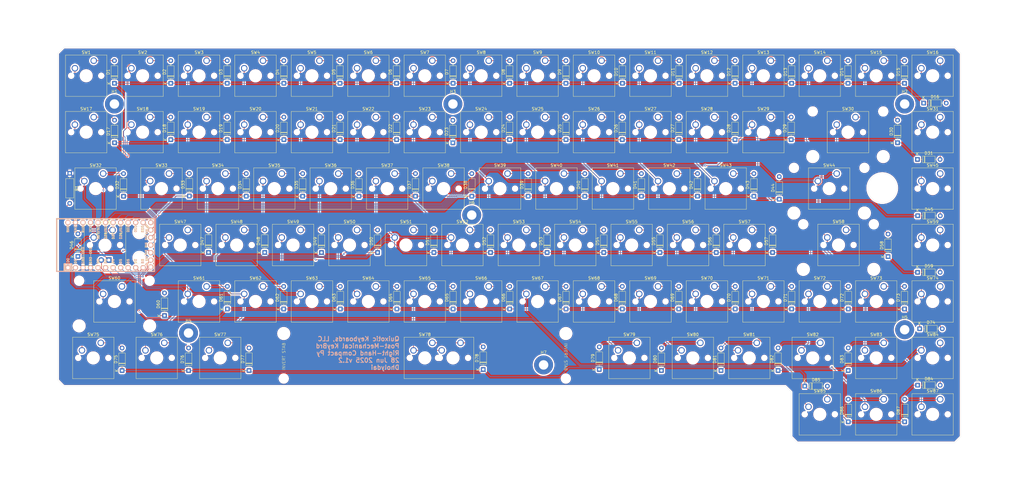
<source format=kicad_pcb>
(kicad_pcb (version 20241229) (generator "pcbnew") (generator_version "9.0")
  (title_block (title "Post-Mechanical Right Compact Py") (date "2025-04-19") (rev "1.2") (company "Quixotic Keyboards, LLC") (comment 2 "Redux for the Maple Elite-Pi") (comment 3 "Moved U1 inboard for case clearance") (comment 4 "Add Caps Lock LED"))
  (layers (0 "F.Cu" signal) (2 "B.Cu" signal) (13 "F.Paste" user) (15 "B.Paste" user) (5 "F.SilkS" user "F.Silkscreen") (7 "B.SilkS" user "B.Silkscreen") (1 "F.Mask" user) (3 "B.Mask" user) (25 "Edge.Cuts" user))
  (net 0 "")
  (net 1 "Net-(D1-A)")
  (net 2 "Row0")
  (net 3 "Net-(D17-A)")
  (net 4 "Row1")
  (net 5 "Net-(D18-A)")
  (net 6 "Net-(D19-A)")
  (net 7 "Net-(D20-A)")
  (net 8 "Net-(D21-A)")
  (net 9 "Net-(D22-A)")
  (net 10 "Net-(D23-A)")
  (net 11 "Row5")
  (net 12 "Net-(D24-A)")
  (net 13 "Net-(D25-A)")
  (net 14 "Net-(D26-A)")
  (net 15 "Net-(D27-A)")
  (net 16 "Net-(D28-A)")
  (net 17 "Net-(D29-A)")
  (net 18 "Net-(D30-A)")
  (net 19 "Net-(D31-A)")
  (net 20 "Net-(D32-A)")
  (net 21 "Net-(D33-A)")
  (net 22 "Row2")
  (net 23 "Net-(D34-A)")
  (net 24 "Net-(D35-A)")
  (net 25 "Net-(D36-A)")
  (net 26 "Net-(D37-A)")
  (net 27 "Net-(D38-A)")
  (net 28 "Net-(D39-A)")
  (net 29 "Net-(D40-A)")
  (net 30 "Net-(D41-A)")
  (net 31 "Net-(D42-A)")
  (net 32 "Net-(D43-A)")
  (net 33 "Net-(D51-A)")
  (net 34 "Row3")
  (net 35 "Net-(D52-A)")
  (net 36 "Net-(D53-A)")
  (net 37 "Net-(D54-A)")
  (net 38 "Net-(D55-A)")
  (net 39 "Net-(D56-A)")
  (net 40 "Row4")
  (net 41 "Net-(D75-A)")
  (net 42 "Net-(D76-A)")
  (net 43 "Net-(D77-A)")
  (net 44 "Net-(D78-A)")
  (net 45 "Net-(D79-A)")
  (net 46 "Net-(D80-A)")
  (net 47 "Net-(D81-A)")
  (net 48 "Net-(D82-A)")
  (net 49 "Net-(D83-A)")
  (net 50 "Net-(D84-A)")
  (net 51 "Net-(D85-A)")
  (net 52 "Net-(D86-A)")
  (net 53 "Net-(D87-A)")
  (net 54 "Col0")
  (net 55 "Col1")
  (net 56 "Col2")
  (net 57 "Col3")
  (net 58 "Col4")
  (net 59 "Col5")
  (net 60 "Col6")
  (net 61 "Col7")
  (net 62 "Col8")
  (net 63 "Col9")
  (net 64 "Col10")
  (net 65 "Col11")
  (net 66 "Col12")
  (net 67 "Col13")
  (net 68 "Col14")
  (net 69 "Col15")
  (net 70 "GND")
  (net 72 "Led")
  (net 73 "+5V")
  (net 75 "Net-(D48-A)")
  (net 76 "Net-(D49-A)")
  (net 77 "Net-(D50-A)")
  (net 78 "Net-(D44-A)")
  (net 79 "Net-(D45-A)")
  (net 80 "Net-(D46-A)")
  (net 81 "Net-(D47-A)")
  (net 82 "Net-(D58-A)")
  (net 83 "Net-(D59-A)")
  (net 84 "Net-(D57-A)")
  (net 85 "Net-(D60-A)")
  (net 86 "Net-(D61-A)")
  (net 87 "Net-(D62-A)")
  (net 88 "Net-(D63-A)")
  (net 89 "Net-(D64-A)")
  (net 90 "Net-(D65-A)")
  (net 91 "Net-(D66-A)")
  (net 92 "Net-(D67-A)")
  (net 93 "Net-(D68-A)")
  (net 94 "Net-(D69-A)")
  (net 95 "Net-(D70-A)")
  (net 96 "Net-(D71-A)")
  (net 97 "Net-(D72-A)")
  (net 98 "Net-(D74-A)")
  (net 99 "Net-(D73-A)")
  (net 100 "Net-(D2-A)")
  (net 101 "Net-(D3-A)")
  (net 102 "Net-(D4-A)")
  (net 103 "Net-(D5-A)")
  (net 104 "Net-(D6-A)")
  (net 105 "Net-(D7-A)")
  (net 106 "Net-(D8-A)")
  (net 107 "Net-(D9-A)")
  (net 108 "Net-(D10-A)")
  (net 109 "Net-(D11-A)")
  (net 110 "Net-(D12-A)")
  (net 111 "Net-(D13-A)")
  (net 112 "Net-(D14-A)")
  (net 113 "Net-(D15-A)")
  (net 114 "Net-(D16-A)")
  (net 115 "Net-(D88-K)")
  (footprint "Button_Switch_Keyboard:SW_Cherry_MX_1.00u_PCB" (layer "F.Cu") (at 286.045 70.4975)
    (property "Reference" "SW12")
    (property "Value" "SW_Push")
  )
  (footprint "Diode_THT:D_DO-35_SOD27_P7.62mm_Horizontal" (layer "F.Cu") (at 204.1304 116.2333 90)
    (property "Reference" "D38")
    (property "Value" "1N4148")
  )
  (footprint "Diode_THT:D_DO-35_SOD27_P7.62mm_Horizontal" (layer "F.Cu") (at 350.2058 78.11 90)
    (property "Reference" "D15")
    (property "Value" "1N4148")
  )
  (footprint "Diode_THT:D_DO-35_SOD27_P7.62mm_Horizontal" (layer "F.Cu") (at 354.585 103.8275)
    (property "Reference" "D31")
    (property "Value" "1N4148")
  )
  (footprint "Button_Switch_Keyboard:SW_Cherry_MX_1.00u_PCB" (layer "F.Cu") (at 114.595 70.4975)
    (property "Reference" "SW3")
    (property "Value" "SW_Push")
  )
  (footprint "Button_Switch_Keyboard:SW_Cherry_MX_1.00u_PCB" (layer "F.Cu") (at 114.595 89.5475)
    (property "Reference" "SW19")
    (property "Value" "SW_Push")
  )
  (footprint "Button_Switch_Keyboard:SW_Cherry_MX_1.00u_PCB" (layer "F.Cu") (at 362.2525 184.7975)
    (property "Reference" "SW87")
    (property "Value" "SW_Push")
  )
  (footprint "Diode_THT:D_DO-35_SOD27_P7.62mm_Horizontal" (layer "F.Cu") (at 197.8058 78.11 90)
    (property "Reference" "D7")
    (property "Value" "1N4148")
  )
  (footprint "Button_Switch_Keyboard:SW_Cherry_MX_1.00u_PCB" (layer "F.Cu") (at 228.895 70.4975)
    (property "Reference" "SW9")
    (property "Value" "SW_Push")
  )
  (footprint "Button_Switch_Keyboard:SW_Cherry_MX_1.00u_PCB" (layer "F.Cu") (at 362.2525 165.7475)
    (property "Reference" "SW84")
    (property "Value" "SW_Push")
  )
  (footprint "Diode_THT:D_DO-35_SOD27_P7.62mm_Horizontal" (layer "F.Cu") (at 71.155 136.5575 90)
    (property "Reference" "D46")
    (property "Value" "1N4148")
  )
  (footprint "Button_Switch_Keyboard:SW_Cherry_MX_1.00u_PCB" (layer "F.Cu") (at 324.1525 184.7975)
    (property "Reference" "SW85")
    (property "Value" "SW_Push")
  )
  (footprint "Diode_THT:D_DO-35_SOD27_P7.62mm_Horizontal" (layer "F.Cu") (at 100.395 156.5375 90)
    (property "Reference" "D60")
    (property "Value" "1N4148")
  )
  (footprint "Diode_THT:D_DO-35_SOD27_P7.62mm_Horizontal" (layer "F.Cu") (at 247.154971 174.7375 90)
    (property "Reference" "D79")
    (property "Value" "1N4148")
  )
  (footprint "Diode_THT:D_DO-35_SOD27_P7.62mm_Horizontal" (layer "F.Cu") (at 280.3304 116.2333 90)
    (property "Reference" "D42")
    (property "Value" "1N4148")
  )
  (footprint "Dholydai-Parts:SW_Cherry_MX_1.6666u_PCB" (layer "F.Cu") (at 82.845 127.6475)
    (property "Reference" "SW46")
    (property "Value" "SW_Push")
  )
  (footprint "Button_Switch_Keyboard:SW_Cherry_MX_1.00u_PCB" (layer "F.Cu") (at 343.2 146.6975)
    (property "Reference" "SW73")
    (property "Value" "SW_Push")
  )
  (footprint "Diode_THT:D_DO-35_SOD27_P7.62mm_Horizontal" (layer "F.Cu") (at 286.655 135.25 90)
    (property "Reference" "D56")
    (property "Value" "1N4148")
  )
  (footprint "Button_Switch_Keyboard:SW_Cherry_MX_1.00u_PCB" (layer "F.Cu") (at 305.095 70.4975)
    (property "Reference" "SW13")
    (property "Value" "SW_Push")
  )
  (footprint "Diode_THT:D_DO-35_SOD27_P7.62mm_Horizontal" (layer "F.Cu") (at 305.6796 135.25 90)
    (property "Reference" "D57")
    (property "Value" "1N4148")
  )
  (footprint "Diode_THT:D_DO-35_SOD27_P7.62mm_Horizontal" (layer "F.Cu") (at 350.273052 192.4 90)
    (property "Reference" "D87")
    (property "Value" "1N4148")
  )
  (footprint "Dholydai-Parts:SW_Cherry_MX_2.6666u_PCB" (layer "F.Cu") (at 327.325 108.5975)
    (property "Reference" "SW44")
    (property "Value" "SW_Push")
  )
  (footprint "Diode_THT:D_DO-35_SOD27_P7.62mm_Horizontal" (layer "F.Cu") (at 223.155 116.2333 90)
    (property "Reference" "D39")
    (property "Value" "1N4148")
  )
  (footprint "Diode_THT:D_DO-35_SOD27_P7.62mm_Horizontal" (layer "F.Cu") (at 147.0312 116.2333 90)
    (property "Reference" "D35")
    (property "Value" "1N4148")
  )
  (footprint "Diode_THT:D_DO-35_SOD27_P7.62mm_Horizontal" (layer "F.Cu") (at 86.0712 175.1105 90)
    (property "Reference" "D75")
    (property "Value" "1N4148")
  )
  (footprint "Button_Switch_Keyboard:SW_Cherry_MX_1.00u_PCB" (layer "F.Cu") (at 362.245 108.5975)
    (property "Reference" "SW45")
    (property "Value" "SW_Push")
  )
  (footprint "Diode_THT:D_DO-35_SOD27_P7.62mm_Horizontal" (layer "F.Cu") (at 216.932 154.3079 90)
    (property "Reference" "D66")
    (property "Value" "1N4148")
  )
  (footprint "Diode_THT:D_DO-35_SOD27_P7.62mm_Horizontal" (layer "F.Cu") (at 83.5312 98.2 90)
    (property "Reference" "D17")
    (property "Value" "1N4148")
  )
  (footprint "Button_Switch_Keyboard:SW_Cherry_MX_1.00u_PCB" (layer "F.Cu") (at 152.695 89.5475)
    (property "Reference" "SW21")
    (property "Value" "SW_Push")
  )
  (footprint "Diode_THT:D_DO-35_SOD27_P7.62mm_Horizontal" (layer "F.Cu") (at 159.6296 78.11 90)
    (property "Reference" "D5")
    (property "Value" "1N4148")
  )
  (footprint "Button_Switch_Keyboard:SW_Cherry_MX_1.00u_PCB" (layer "F.Cu") (at 95.545 89.5475)
    (property "Reference" "SW18")
    (property "Value" "SW_Push")
  )
  (footprint "Button_Switch_Keyboard:SW_Cherry_MX_1.00u_PCB" (layer "F.Cu") (at 146.345 127.6475)
    (property "Reference" "SW49")
    (property "Value" "SW_Push")
  )
  (footprint "Button_Switch_Keyboard:SW_Cherry_MX_1.00u_PCB" (layer "F.Cu") (at 190.795 89.5475)
    (property "Reference" "SW23")
    (property "Value" "SW_Push")
  )
  (footprint "Diode_THT:D_DO-35_SOD27_P7.62mm_Horizontal" (layer "F.Cu") (at 293.005 97.158 90)
    (property "Reference" "D28")
    (property "Value" "1N4148")
  )
  (footprint "Diode_THT:D_DO-35_SOD27_P7.62mm_Horizontal" (layer "F.Cu") (at 347.875 98.2 90)
    (property "Reference" "D30")
    (property "Value" "1N4148")
  )
  (footprint "Button_Switch_Keyboard:SW_Cherry_MX_1.00u_PCB" (layer "F.Cu") (at 184.445 127.6475)
    (property "Reference" "SW51")
    (property "Value" "SW_Push")
  )
  (footprint "Diode_THT:D_DO-35_SOD27_P7.62mm_Horizontal" (layer "F.Cu") (at 153.3812 135.25 90)
    (property "Reference" "D49")
    (property "Value" "1N4148")
  )
  (footprint "Button_Switch_Keyboard:SW_Cherry_MX_1.00u_PCB" (layer "F.Cu") (at 228.9 146.6975)
    (property "Reference" "SW67")
    (property "Value" "SW_Push")
  )
  (footprint "Button_Switch_Keyboard:SW_Cherry_MX_1.00u_PCB" (layer "F.Cu") (at 305.1 146.6875)
    (property "Reference" "SW71")
    (property "Value" "SW_Push")
  )
  (footprint "Button_Switch_Keyboard:SW_Cherry_MX_1.00u_PCB" (layer "F.Cu") (at 273.3475 108.60125)
    (property "Reference" "SW42")
    (property "Value" "SW_Push")
  )
  (footprint "Diode_THT:D_DO-35_SOD27_P7.62mm_Horizontal" (layer "F.Cu") (at 299.355 116.2333 90)
    (property "Reference" "D43")
    (property "Value" "1N4148")
  )
  (footprint "Diode_THT:D_DO-35_SOD27_P7.62mm_Horizontal" (layer "F.Cu") (at 331.213356 192.4 90)
    (property "Reference" "D86")
    (property "Value" "1N4148")
  )
  (footprint "Button_Switch_Keyboard:SW_Cherry_MX_1.00u_PCB" (layer "F.Cu") (at 292.3975 108.60125)
    (property "Reference" "SW43")
    (property "Value" "SW_Push")
  )
  (footprint "Button_Switch_Keyboard:SW_Cherry_MX_1.00u_PCB" (layer "F.Cu") (at 152.695 70.4975)
    (property "Reference" "SW5")
    (property "Value" "SW_Push")
  )
  (footprint "Button_Switch_Keyboard:SW_Cherry_MX_1.00u_PCB" (layer "F.Cu") (at 114.6 146.6975)
    (property "Reference" "SW61")
    (property "Value" "SW_Push")
  )
  (footprint "Diode_THT:D_DO-35_SOD27_P7.62mm_Horizontal" (layer "F.Cu") (at 331.205 175.085 90)
    (property "Reference" "D83")
    (property "Value" "1N4148")
  )
  (footprint "Diode_THT:D_DO-35_SOD27_P7.62mm_Horizontal" (layer "F.Cu") (at 354.625 141.93625)
    (property "Reference" "D59")
    (property "Value" "1N4148")
  )
  (footprint "Diode_THT:D_DO-35_SOD27_P7.62mm_Horizontal" (layer "F.Cu") (at 197.735 98.2275 90)
    (property "Reference" "D23")
    (property "Value" "1N4148")
  )
  (footprint "Diode_THT:D_DO-35_SOD27_P7.62mm_Horizontal" (layer "F.Cu") (at 121.6058 154.3079 90)
    (property "Reference" "D61")
    (property "Value" "1N4148")
  )
  (footprint "Dholydai-Parts:SW_Ch_Inv_MX_6.00u_PCB_Stagger" (layer "F.Cu") (at 190.8025 165.7475)
    (property "Reference" "SW78")
    (property "Value" "SW_Push")
  )
  (footprint "Button_Switch_Keyboard:SW_Cherry_MX_1.00u_PCB" (layer "F.Cu") (at 241.595 127.6475)
    (property "Reference" "SW54")
    (property "Value" "SW_Push")
  )
  (footprint "Button_Switch_Keyboard:SW_Cherry_MX_1.00u_PCB" (layer "F.Cu") (at 254.2975 108.60125)
    (property "Reference" "SW41")
    (property "Value" "SW_Push")
  )
  (footprint "Diode_THT:D_DO-35_SOD27_P7.62mm_Horizontal" (layer "F.Cu") (at 293.0558 154.3079 90)
    (property "Reference" "D70")
    (property "Value" "1N4148")
  )
  (footprint "Button_Switch_Keyboard:SW_Cherry_MX_1.00u_PCB" (layer "F.Cu") (at 101.905 108.5975)
    (property "Reference" "SW33")
    (property "Value" "SW_Push")
  )
  (footprint "Button_Switch_Keyboard:SW_Cherry_MX_1.00u_PCB" (layer "F.Cu") (at 171.75 146.6975)
    (property "Reference" "SW64")
    (property "Value" "SW_Push")
  )
  (footprint "Button_Switch_Keyboard:SW_Cherry_MX_1.00u_PCB" (layer "F.Cu") (at 190.8 146.6975)
    (property "Reference" "SW65")
    (property "Value" "SW_Push")
  )
  (footprint "Diode_THT:D_DO-35_SOD27_P7.62mm_Horizontal" (layer "F.Cu") (at 172.3296 135.25 90)
    (property "Reference" "D50")
    (property "Value" "1N4148")
  )
  (footprint "Diode_THT:D_DO-35_SOD27_P7.62mm_Horizontal" (layer "F.Cu") (at 216.8812 97.158 90)
    (property "Reference" "D24")
    (property "Value" "1N4148")
  )
  (footprint "Diode_THT:D_DO-35_SOD27_P7.62mm_Horizontal" (layer "F.Cu") (at 254.9812 78.11 90)
    (property "Reference" "D10")
    (property "Value" "1N4148")
  )
  (footprint "Button_Switch_Keyboard:SW_Cherry_MX_1.00u_PCB" (layer "F.Cu") (at 209.845 70.4975)
    (property "Reference" "SW8")
    (property "Value" "SW_Push")
  )
  (footprint "Diode_THT:D_DO-35_SOD27_P7.62mm_Horizontal" (layer "F.Cu") (at 274.1328 78.11 90)
    (property "Reference" "D11")
    (property "Value" "1N4148")
  )
  (footprint "Button_Switch_Keyboard:SW_Cherry_MX_1.00u_PCB" (layer "F.Cu") (at 133.645 89.5475)
    (property "Reference" "SW20")
    (property "Value" "SW_Push")
  )
  (footprint "Button_Switch_Keyboard:SW_Cherry_MX_1.00u_PCB" (layer "F.Cu") (at 343.2025 165.7475)
    (property "Reference" "SW83")
    (property "Value" "SW_Push")
  )
  (footprint "Button_Switch_Keyboard:SW_Cherry_MX_1.00u_PCB" (layer "F.Cu") (at 266.995 89.5475)
    (property "Reference" "SW27")
    (property "Value" "SW_Push")
  )
  (footprint "Button_Switch_Keyboard:SW_Cherry_MX_1.00u_PCB" (layer "F.Cu") (at 222.545 127.6475)
    (property "Reference" "SW53")
    (property "Value" "SW_Push")
  )
  (footprint "Diode_THT:D_DO-35_SOD27_P7.62mm_Horizontal" (layer "F.Cu") (at 140.6812 78.11 90)
    (property "Reference" "D4")
    (property "Value" "1N4148")
  )
  (footprint "Diode_THT:D_DO-35_SOD27_P7.62mm_Horizontal" (layer "F.Cu") (at 248.682 135.25 90)
    (property "Reference" "D54")
    (property "Value" "1N4148")
  )
  (footprint "Button_Switch_Keyboard:SW_Cherry_MX_1.00u_PCB" (layer "F.Cu") (at 260.645 127.6475)
    (property "Reference" "SW55")
    (property "Value" "SW_Push")
  )
  (footprint "Diode_THT:D_DO-35_SOD27_P7.62mm_Horizontal" (layer "F.Cu") (at 274.0566 97.158 90)
    (property "Reference" "D27")
    (property "Value" "1N4148")
  )
  (footprint "Button_Switch_Keyboard:SW_Cherry_MX_1.00u_PCB" (layer "F.Cu") (at 108.245 127.6475)
    (property "Reference" "SW47")
    (property "Value" "SW_Push")
  )
  (footprint "MountingHole:MountingHole_3.2mm_M3_Pad" (layer "F.Cu") (at 197.755 85.1175)
    (property "Reference" "H3")
    (property "Value" "Hole")
  )
  (footprint "MountingHole:MountingHole_3.2mm_M3_Pad" (layer "F.Cu") (at 350.2566 161.3183)
    (property "Reference" "H5")
    (property "Value" "Hole")
  )
  (footprint "Diode_THT:D_DO-35_SOD27_P7.62mm_Horizontal" (layer "F.Cu") (at 274.0058 154.3079 90)
    (property "Reference" "D69")
    (property "Value" "1N4148")
  )
  (footprint "Diode_THT:D_DO-35_SOD27_P7.62mm_Horizontal" (layer "F.Cu") (at 178.832 154.3079 90)
    (property "Reference" "D64")
    (property "Value" "1N4148")
  )
  (footprint "Diode_THT:D_DO-35_SOD27_P7.62mm_Horizontal" (layer "F.Cu") (at 354.665 122.8375)
    (property "Reference" "D45")
    (property "Value" "1N4148")
  )
  (footprint "Diode_THT:D_DO-35_SOD27_P7.62mm_Horizontal" (layer "F.Cu") (at 140.6812 97.158 90)
    (property "Reference" "D20")
    (property "Value" "1N4148")
  )
  (footprint "Diode_THT:D_DO-35_SOD27_P7.62mm_Horizontal" (layer "F.Cu") (at 121.555 78.11 90)
    (property "Reference" "D3")
    (property "Value" "1N4148")
  )
  (footprint "Button_Switch_Keyboard:SW_Cherry_MX_1.00u_PCB" (layer "F.Cu") (at 209.845 89.5475)
    (property "Reference" "SW24")
    (property "Value" "SW_Push")
  )
  (footprint "Button_Switch_Keyboard:SW_Cherry_MX_1.00u_PCB" (layer "F.Cu") (at 281.29 165.7475)
    (property "Reference" "SW80")
    (property "Value" "SW_Push")
  )
  (footprint "Diode_THT:D_DO-35_SOD27_P7.62mm_Horizontal" (layer "F.Cu") (at 191.3288 135.25 90)
    (property "Reference" "D51")
    (property "Value" "1N4148")
  )
  (footprint "Button_Switch_Keyboard:SW_Cherry_MX_1.00u_PCB" (layer "F.Cu") (at 171.745 89.5475)
    (property "Reference" "SW22")
    (property "Value" "SW_Push")
  )
  (footprint "Diode_THT:D_DO-35_SOD27_P7.62mm_Horizontal" (layer "F.Cu") (at 268.131914 175.1 90)
    (property "Reference" "D80")
    (property "Value" "1N4148")
  )
  (footprint "Diode_THT:D_DO-35_SOD27_P7.62mm_Horizontal" (layer "F.Cu") (at 216.9066 78.11 90)
    (property "Reference" "D8")
    (property "Value" "1N4148")
  )
  (footprint "Diode_THT:D_DO-35_SOD27_P7.62mm_Horizontal" (layer "F.Cu") (at 311.9534 97.158 90)
    (property "Reference" "D29")
    (property "Value" "1N4148")
  )
  (footprint "Diode_THT:D_DO-35_SOD27_P7.62mm_Horizontal" (layer "F.Cu") (at 159.6804 97.158 90)
    (property "Reference" "D21")
    (property "Value" "1N4148")
  )
  (footprint "Diode_THT:D_DO-35_SOD27_P7.62mm_Horizontal" (layer "F.Cu") (at 254.9304 154.3079 90)
    (property "Reference" "D68")
    (property "Value" "1N4148")
  )
  (footprint "Button_Switch_Keyboard:SW_Cherry_MX_1.00u_PCB" (layer "F.Cu") (at 267 146.6975)
    (property "Reference" "SW69")
    (property "Value" "SW_Push")
  )
  (footprint "Diode_THT:D_DO-35_SOD27_P7.62mm_Horizontal" (layer "F.Cu") (at 312.1058 154.3079 90)
    (property "Reference" "D71")
    (property "Value" "1N4148")
  )
  (footprint "Diode_THT:D_DO-35_SOD27_P7.62mm_Horizontal" (layer "F.Cu") (at 344.655 136.6375 90)
    (property "Reference" "D58")
    (property "Value" "1N4148")
  )
  (footprint "Button_Switch_Keyboard:SW_Cherry_MX_1.00u_PCB" (layer "F.Cu") (at 235.2475 108.60125)
    (property "Reference" "SW40")
    (property "Value" "SW_Push")
  )
  (footprint "Diode_THT:D_DO-35_SOD27_P7.62mm_Horizontal" (layer "F.Cu") (at 235.9058 78.11 90)
    (property "Reference" "D9")
    (property "Value" "1N4148")
  )
  (footprint "Diode_THT:D_DO-35_SOD27_P7.62mm_Horizontal" (layer "F.Cu") (at 207.985 174.7375 90)
    (property "Reference" "D78")
    (property "Value" "1N4148")
  )
  (footprint "Diode_THT:D_DO-35_SOD27_P7.62mm_Horizontal" (layer "F.Cu") (at 86.555 116.2475 90)
    (property "Reference" "D32")
    (property "Value" "1N4148")
  )
  (footprint "Button_Switch_Keyboard:SW_Cherry_MX_1.25u_PCB" (layer "F.Cu") (at 78.88 165.7475)
    (property "Reference" "SW75")
    (property "Value" "SW_Push")
  )
  (footprint "Button_Switch_Keyboard:SW_Cherry_MX_1.00u_PCB" (layer "F.Cu") (at 133.645 70.4975)
    (property "Reference" "SW4")
    (property "Value" "SW_Push")
  )
  (footprint "Diode_THT:D_DO-35_SOD27_P7.62mm_Horizontal" (layer "F.Cu") (at 185.1058 116.2333 90)
    (property "Reference" "D37")
    (property "Value" "1N4148")
  )
  (footprint "Button_Switch_Keyboard:SW_Cherry_MX_1.00u_PCB" (layer "F.Cu") (at 228.895 89.5475)
    (property "Reference" "SW25")
    (property "Value" "SW_Push")
  )
  (footprint "Button_Switch_Keyboard:SW_Cherry_MX_1.00u_PCB" (layer "F.Cu") (at 165.395 127.6475)
    (property "Reference" "SW50")
    (property "Value" "SW_Push")
  )
  (footprint "Diode_THT:D_DO-35_SOD27_P7.62mm_Horizontal" (layer "F.Cu") (at 197.8058 154.3079 90)
    (property "Reference" "D65")
    (property "Value" "1N4148")
  )
  (footprint "Button_Switch_Keyboard:SW_Cherry_MX_1.00u_PCB" (layer "F.Cu") (at 133.65 146.6975)
    (property "Reference" "SW62")
    (property "Value" "SW_Push")
  )
  (footprint "Diode_THT:D_DO-35_SOD27_P7.62mm_Horizontal" (layer "F.Cu") (at 102.505 97.158 90)
    (property "Reference" "D18")
    (property "Value" "1N4148")
  )
  (footprint "Diode_THT:D_DO-35_SOD27_P7.62mm_Horizontal" (layer "F.Cu") (at 331.135 78.11 90)
    (property "Reference" "D14")
    (property "Value" "1N4148")
  )
  (footprint "Button_Switch_Keyboard:SW_Cherry_MX_1.00u_PCB" (layer "F.Cu") (at 190.795 70.4975)
    (property "Reference" "SW7")
    (property "Value" "SW_Push")
  )
  (footprint "MountingHole:MountingHole_3.2mm_M3_Pad" (layer "F.Cu") (at 83.4804 85.12)
    (property "Reference" "H1")
    (property "Value" "Hole")
  )
  (footprint "Diode_THT:D_DO-35_SOD27_P7.62mm_Horizontal" (layer "F.Cu") (at 261.382 116.2333 90)
    (property "Reference" "D41")
    (property "Value" "1N4148")
  )
  (footprint "Button_Switch_Keyboard:SW_Cherry_MX_1.00u_PCB" (layer "F.Cu") (at 362.25 146.6975)
    (property "Reference" "SW74")
    (property "Value" "SW_Push")
  )
  (footprint "Button_Switch_Keyboard:SW_Cherry_MX_1.00u_PCB" (layer "F.Cu") (at 247.945 89.5475)
    (property "Reference" "SW26")
    (property "Value" "SW_Push")
  )
  (footprint "Diode_THT:D_DO-35_SOD27_P7.62mm_Horizontal" (layer "F.Cu") (at 312.1058 78.11 90)
    (property "Reference" "D13")
    (property "Value" "1N4148")
  )
  (footprint "Button_Switch_Keyboard:SW_Cherry_MX_1.00u_PCB" (layer "F.Cu") (at 76.495 70.4975)
    (property "Reference" "SW1")
    (property "Value" "SW_Push")
  )
  (footprint "Resistor_THT:R_Axial_DIN0207_L6.3mm_D2.5mm_P10.16mm_Horizontal" (layer "F.Cu") (at 68.4 108.4875 -90)
    (property "Reference" "R1")
    (property "Value" "62 Ohm")
  )
  (footprint "Dholydai-Parts:SW_Cherry_MX_1.3333u_PCB" (layer "F.Cu") (at 79.67 108.5975)
    (property "Reference" "SW32")
    (property "Value" "SW_Push")
  )
  (footprint "Button_Switch_Keyboard:SW_Cherry_MX_2.00u_PCB" (layer "F.Cu") (at 333.675 89.5475)
    (property "Reference" "SW30")
    (property "Value" "SW_Push")
  )
  (footprint "Diode_THT:D_DO-35_SOD27_P7.62mm_Horizontal" (layer "F.Cu") (at 355.3366 160.9881)
    (property "Reference" "D74")
    (property "Value" "1N4148")
  )
  (footprint "Diode_THT:D_DO-35_SOD27_P7.62mm_Horizontal" (layer "F.Cu") (at 166.0304 116.2333 90)
    (property "Reference" "D36")
    (property "Value" "1N4148")
  )
  (footprint "Diode_THT:D_DO-35_SOD27_P7.62mm_Horizontal" (layer "F.Cu") (at 356.6828 84.8135)
    (property "Reference" "D16")
    (property "Value" "1N4148")
  )
  (footprint "Button_Switch_Keyboard:SW_Cherry_MX_1.00u_PCB" (layer "F.Cu") (at 171.745 70.4975)
    (property "Reference" "SW6")
    (property "Value" "SW_Push")
  )
  (footprint "Dholydai-Parts:SW_Cherry_MX_2.3333u_PCB" (layer "F.Cu") (at 330.485 127.63)
    (property "Reference" "SW58")
    (property "Value" "SW_Push")
  )
  (footprint "Button_Switch_Keyboard:SW_Cherry_MX_1.00u_PCB" (layer "F.Cu") (at 362.245 127.64875)
    (property "Reference" "SW59")
    (property "Value" "SW_Push")
  )
  (footprint "Button_Switch_Keyboard:SW_Cherry_MX_1.00u_PCB" (layer "F.Cu") (at 298.745 127.6475)
    (property "Reference" "SW57")
    (property "Value" "SW_Push")
  )
  (footprint "Button_Switch_Keyboard:SW_Cherry_MX_1.00u_PCB" (layer "F.Cu") (at 324.15 146.6875)
    (property "Reference" "SW72")
    (property "Value" "SW_Push")
  )
  (footprint "Diode_THT:D_DO-35_SOD27_P7.62mm_Horizontal" (layer "F.Cu") (at 83.4804 78.11 90)
    (property "Reference" "D1")
    (property "Value" "1N4148")
  )
  (footprint "MountingHole:MountingHole_3.2mm_M3_Pad" (layer "F.Cu") (at 350.2566 85.12)
    (property "Reference" "H2")
    (property "Value" "Hole")
  )
  (footprint "Diode_THT:D_DO-35_SOD27_P7.62mm_Horizontal" (layer "F.Cu") (at 331.232 154.3079 90)
    (property "Reference" "D72")
    (property "Value" "1N4148")
  )
  (footprint "Button_Switch_Keyboard:SW_Cherry_MX_2.00u_PCB" (layer "F.Cu") (at 86.025 146.6975)
    (property "Reference" "SW60")
    (property "Value" "SW_Push")
  )
  (footprint "Button_Switch_Keyboard:SW_Cherry_MX_1.00u_PCB" (layer "F.Cu") (at 120.95 108.6025)
    (property "Reference" "SW34")
    (property "Value" "SW_Push")
  )
  (footprint "Button_Switch_Keyboard:SW_Cherry_MX_1.00u_PCB" (layer "F.Cu") (at 152.7 146.6975)
    (property "Reference" "SW63")
    (property "Value" "SW_Push")
  )
  (footprint "Diode_THT:D_DO-35_SOD27_P7.62mm_Horizontal" (layer "F.Cu") (at 293.005 78.11 90)
    (property "Reference" "D12")
    (property "Value" "1N4148")
  )
  (footprint "Diode_THT:D_DO-35_SOD27_P7.62mm_Horizontal" (layer "F.Cu") (at 288.263012 175.1 90)
    (property "Reference" "D81")
    (property "Value" "1N4148")
  )
  (footprint "Button_Switch_Keyboard:SW_Cherry_MX_1.00u_PCB" (layer "F.Cu") (at 197.15 108.6025)
    (property "Reference" "SW38")
    (property "Value" "SW_Push")
  )
  (footprint "Diode_THT:D_DO-35_SOD27_P7.62mm_Horizontal" (layer "F.Cu") (at 140.6304 154.3079 90)
    (property "Reference" "D62")
    (property "Value" "1N4148")
  )
  (footprint "Diode_THT:D_DO-35_SOD27_P7.62mm_Horizontal" (layer "F.Cu") (at 127.9812 116.2333 90)
    (property "Reference" "D34")
    (property "Value" "1N4148")
  )
  (footprint "Diode_THT:D_DO-35_SOD27_P7.62mm_Horizontal" (layer "F.Cu") (at 108.5248 175.1105 90)
    (property "Reference" "D76")
    (property "Value" "1N4148")
  )
  (footprint "Diode_THT:D_DO-35_SOD27_P7.62mm_Horizontal" (layer "F.Cu") (at 178.7558 97.158 90)
    (property "Reference" "D22")
    (property "Value" "1N4148")
  )
  (footprint "Button_Switch_Keyboard:SW_Cherry_MX_1.00u_PCB" (layer "F.Cu") (at 100.31125 165.7475)
    (property "Reference" "SW76")
    (property "Value" "SW_Push")
  )
  (footprint "Button_Switch_Keyboard:SW_Cherry_MX_1.00u_PCB" (layer "F.Cu") (at 203.495 127.6475)
    (property "Reference" "SW52")
    (property "Value" "SW_Push")
  )
  (footprint "Diode_THT:D_DO-35_SOD27_P7.62mm_Horizontal" (layer "F.Cu") (at 121.555 97.158 90)
    (property "Reference" "D19")
    (property "Value" "1N4148")
  )
  (footprint "Button_Switch_Keyboard:SW_Cherry_MX_1.00u_PCB" (layer "F.Cu") (at 300.34 165.7475)
    (property "Reference" "SW81")
    (property "Value" "SW_Push")
  )
  (footprint "MountingHole:MountingHole_3.2mm_M3_Pad" (layer "F.Cu") (at 108.4994 162.436)
    (property "Reference" "H4")
    (property "Value" "Hole")
  )
  (footprint "Dholydai-Parts:Elite-Pi" (layer "F.Cu") (at 81.765 132.7475)
    (property "Reference" "U1" (hide yes))
    (property "Value" "Elite-Pi" (hide yes))
  )
  (footprint "Diode_THT:D_DO-35_SOD27_P7.62mm_Horizontal" (layer "F.Cu") (at 134.2296 135.21 90)
    (property "Reference" "D48")
    (property "Value" "1N4148")
  )
  (footprint "Button_Switch_Keyboard:SW_Cherry_MX_1.00u_PCB" (layer "F.Cu") (at 362.245 70.4975)
    (property "Reference" "SW16")
    (property "Value" "SW_Push")
  )
  (footprint "Button_Switch_Keyboard:SW_Cherry_MX_1.00u_PCB" (layer "F.Cu") (at 266.995 70.4975)
    (property "Reference" "SW11")
    (property "Value" "SW_Push")
  )
  (footprint "Button_Switch_Keyboard:SW_Cherry_MX_1.00u_PCB" (layer "F.Cu") (at 362.25 89.5475)
    (property "Reference" "SW31")
    (property "Value" "SW_Push")
  )
  (footprint "Button_Switch_Keyboard:SW_Cherry_MX_1.00u_PCB" (layer "F.Cu") (at 209.85 146.6975)
    (property "Reference" "SW66")
    (property "Value" "SW_Push")
  )
  (footprint "Diode_THT:D_DO-35_SOD27_P7.62mm_Horizontal" (layer "F.Cu") (at 210.455 135.25 90)
    (property "Reference" "D52")
    (property "Value" "1N4148")
  )
  (footprint "Button_Switch_Keyboard:SW_Cherry_MX_1.00u_PCB" (layer "F.Cu") (at 247.95 146.6975)
    (property "Reference" "SW68")
    (property "Value" "SW_Push")
  )
  (footprint "Button_Switch_Keyboard:SW_Cherry_MX_1.00u_PCB" (layer "F.Cu") (at 286.05 146.6875)
    (property "Reference" "SW70")
    (property "Value" "SW_Push")
  )
  (footprint "Button_Switch_Keyboard:SW_Cherry_MX_1.25u_PCB" (layer "F.Cu") (at 321.77125 165.7475)
    (property "Reference" "SW82")
    (property "Value" "SW_Push")
  )
  (footprint "Diode_THT:D_DO-35_SOD27_P7.62mm_Horizontal" (layer "F.Cu") (at 307.5338 175.085 90)
    (property "Reference" "D82")
    (property "Value" "1N4148")
  )
  (footprint "Button_Switch_Keyboard:SW_Cherry_MX_1.00u_PCB" (layer "F.Cu") (at 279.695 127.6475)
    (property "Reference" "SW56")
    (property "Value" "SW_Push")
  )
  (footprint "Button_Switch_Keyboard:SW_Cherry_MX_1.00u_PCB" (layer "F.Cu") (at 343.2025 184.7975)
    (property "Reference" "SW86")
    (property "Value" "SW_Push")
  )
  (footprint "Diode_THT:D_DO-35_SOD27_P7.62mm_Horizontal" (layer "F.Cu") (at 235.9312 97.158 90)
    (property "Reference" "D25")
    (property "Value" "1N4148")
  )
  (footprint "Button_Switch_Keyboard:SW_Cherry_MX_1.00u_PCB" (layer "F.Cu") (at 305.095 89.5475)
    (property "Reference" "SW29")
    (property "Value" "SW_Push")
  )
  (footprint "Diode_THT:D_DO-35_SOD27_P7.62mm_Horizontal" (layer "F.Cu") (at 115.2558 135.21 90)
    (property "Reference" "D47")
    (property "Value" "1N4148")
  )
  (footprint "Button_Switch_Keyboard:SW_Cherry_MX_1.00u_PCB" (layer "F.Cu") (at 159.05 108.6025)
    (property "Reference" "SW36")
    (property "Value" "SW_Push")
  )
  (footprint "Button_Switch_Keyboard:SW_Cherry_MX_1.00u_PCB" (layer "F.Cu") (at 178.1 108.6025)
    (property "Reference" "SW37")
    (property "Value" "SW_Push")
  )
  (footprint "Diode_THT:D_DO-35_SOD27_P7.62mm_Horizontal" (layer "F.Cu") (at 229.5558 135.25 90)
    (property "Reference" "D53")
    (property "Value" "1N4148")
  )
  (footprint "Button_Switch_Keyboard:SW_Cherry_MX_1.25u_PCB" (layer "F.Cu") (at 121.745 165.7475)
    (property "Reference" "SW77")
    (property "Value" "SW_Push")
  )
  (footprint "Button_Switch_Keyboard:SW_Cherry_MX_1.00u_PCB" (layer "F.Cu") (at 76.495 89.5475)
    (property "Reference" "SW17")
    (property "Value" "SW_Push")
  )
  (footprint "Button_Switch_Keyboard:SW_Cherry_MX_1.00u_PCB" (layer "F.Cu") (at 216.19875 108.60125)
    (property "Reference" "SW39")
    (property "Value" "SW_Push")
  )
  (footprint "Button_Switch_Keyboard:SW_Cherry_MX_1.00u_PCB" (layer "F.Cu") (at 247.945 70.4975)
    (property "Reference" "SW10")
    (property "Value" "SW_Push")
  )
  (footprint "Diode_THT:D_DO-35_SOD27_P7.62mm_Horizontal" (layer "F.Cu") (at 178.7304 78.11 90)
    (property "Reference" "D6")
    (property "Value" "1N4148")
  )
  (footprint "Button_Switch_Keyboard:SW_Cherry_MX_1.00u_PCB" (layer "F.Cu") (at 127.295 127.6475)
    (property "Reference" "SW48")
    (property "Value" "SW_Push")
  )
  (footprint "Button_Switch_Keyboard:SW_Cherry_MX_1.00u_PCB" (layer "F.Cu") (at 343.195 70.4975)
    (property "Reference" "SW15")
    (property "Value" "SW_Push")
  )
  (footprint "Button_Switch_Keyboard:SW_Cherry_MX_1.00u_PCB" (layer "F.Cu") (at 324.145 70.4975)
    (property "Reference" "SW14")
    (property "Value" "SW_Push")
  )
  (footprint "Diode_THT:D_DO-35_SOD27_P7.62mm_Horizontal" (layer "F.Cu") (at 254.9304 97.158 90)
    (property "Reference" "D26")
    (property "Value" "1N4148")
  )
  (footprint "Button_Switch_Keyboard:SW_Cherry_MX_1.25u_PCB" (layer "F.Cu") (at 259.85875 165.7475)
    (property "Reference" "SW79")
    (property "Value" "SW_Push")
  )
  (footprint "Button_Switch_Keyboard:SW_Cherry_MX_1.00u_PCB" (layer "F.Cu") (at 140 108.6025)
    (property "Reference" "SW35")
    (property "Value" "SW_Push")
  )
  (footprint "Button_Switch_Keyboard:SW_Cherry_MX_1.00u_PCB" (layer "F.Cu") (at 286.045 89.5475)
    (property "Reference" "SW28")
    (property "Value" "SW_Push")
  )
  (footprint "Diode_THT:D_DO-35_SOD27_P7.62mm_Horizontal" (layer "F.Cu") (at 307.915 117.2475 90)
    (property "Reference" "D44")
    (property "Value" "1N4148")
  )
  (footprint "MountingHole:MountingHole_3.2mm_M3_Pad" (layer "F.Cu") (at 228.365 173.2)
    (property "Reference" "H7")
    (property "Value" "Hole")
  )
  (footprint "Button_Switch_Keyboard:SW_Cherry_MX_1.00u_PCB" (layer "F.Cu") (at 95.545 70.4975)
    (property "Reference" "SW2")
    (property "Value" "SW_Push")
  )
  (footprint "Diode_THT:D_DO-35_SOD27_P7.62mm_Horizontal" (layer "F.Cu") (at 354.6325 180.035)
    (property "Reference" "D84")
    (property "Value" "1N4148")
  )
  (footprint "Diode_THT:D_DO-35_SOD27_P7.62mm_Horizontal" (layer "F.Cu") (at 267.6304 135.25 90)
    (property "Reference" "D55")
    (property "Value" "1N4148")
  )
  (footprint "Diode_THT:D_DO-35_SOD27_P7.62mm_Horizontal" (layer "F.Cu") (at 235.9312 154.3079 90)
    (property "Reference" "D67")
    (property "Value" "1N4148")
  )
  (footprint "Diode_THT:D_DO-35_SOD27_P7.62mm_Horizontal" (layer "F.Cu") (at 350.2058 154.3079 90)
    (property "Reference" "D73")
    (property "Value" "1N4148")
  )
  (footprint "Diode_THT:D_DO-35_SOD27_P7.62mm_Horizontal" (layer "F.Cu") (at 102.505 78.11 90)
    (property "Reference" "D2")
    (property "Value" "1N4148")
  )
  (footprint "Dholydai-Parts:SW_Ch_MX_LED_Template" (layer "F.Cu") (at 82.845 127.6475)
    (property "Reference" "D88")
    (property "Value" "LED 2.2V")
  )
  (footprint "Diode_THT:D_DO-35_SOD27_P7.62mm_Horizontal" (layer "F.Cu") (at 316.545001 180.3575)
    (property "Reference" "D85")
    (property "Value" "1N4148")
  )
  (footprint "Diode_THT:D_DO-35_SOD27_P7.62mm_Horizontal" (layer "F.Cu") (at 108.765 116.1775 90)
    (property "Reference" "D33")
    (property "Value" "1N4148")
  )
  (footprint "Diode_THT:D_DO-35_SOD27_P7.62mm_Horizontal" (layer "F.Cu") (at 159.7312 154.3079 90)
    (property "Reference" "D63")
    (property "Value" "1N4148")
  )
  (footprint "Diode_THT:D_DO-35_SOD27_P7.62mm_Horizontal" (layer "F.Cu") (at 242.2812 116.2333 90)
    (property "Reference" "D40")
    (property "Value" "1N4148")
  )
  (footprint "MountingHole:MountingHole_3.2mm_M3_Pad" (layer "F.Cu") (at 204.105 122.6087)
    (property "Reference" "H6")
    (property "Value" "Hole")
  )
  (footprint "Diode_THT:D_DO-35_SOD27_P7.62mm_Horizontal" (layer "F.Cu") (at 128.921 175.0851 90)
    (property "Reference" "D77")
    (property "Value" "1N4148")
  )
  (gr_line (start 310 180.35) (end 312 182.3) (stroke (width 0.05)) (layer "Edge.Cuts"))
  (gr_line (start 369.225 68.0175) (end 367.255 66.0175) (stroke (width 0.05)) (layer "Edge.Cuts"))
  (gr_line (start 312 197.4) (end 314 199.4) (stroke (width 0.05)) (layer "Edge.Cuts"))
  (gr_line (start 312 182.3) (end 312 197.4) (stroke (width 0.05)) (layer "Edge.Cuts"))
  (gr_line (start 66.405001 180.35) (end 310 180.35) (stroke (width 0.05)) (layer "Edge.Cuts"))
  (gr_circle (center 91.9 128.4) (end 93.9 128.4) (stroke (width 0.05)) (fill no) (layer "Edge.Cuts"))
  (gr_line (start 64.405 68.0175) (end 64.405 178.3) (stroke (width 0.05)) (layer "Edge.Cuts"))
  (gr_line (start 64.405 68.0175) (end 66.43 66.0175) (stroke (width 0.05)) (layer "Edge.Cuts"))
  (gr_line (start 367.225 199.4) (end 314 199.4) (stroke (width 0.05)) (layer "Edge.Cuts"))
  (gr_line (start 369.225 197.4) (end 369.225 68.0175) (stroke (width 0.05)) (layer "Edge.Cuts"))
  (gr_line (start 369.225 197.4) (end 367.225 199.4) (stroke (width 0.05)) (layer "Edge.Cuts"))
  (gr_circle (center 91.9 137.05) (end 93.9 137.05) (stroke (width 0.05)) (fill no) (layer "Edge.Cuts"))
  (gr_line (start 66.43 66.0175) (end 367.255 66.0175) (stroke (width 0.05)) (layer "Edge.Cuts"))
  (gr_circle (center 342.7 113.5) (end 347.7 113.5) (stroke (width 0.05)) (fill no) (layer "Edge.Cuts"))
  (gr_line (start 64.405 178.3) (end 66.405001 180.35) (stroke (width 0.05)) (layer "Edge.Cuts"))
  (gr_text "Quixotic Keyboards, LLC\nPost-Mechanical KeyBrd\nRight-Hand Compact Py\n28 Jun 2025 v1.2\nDholydai\n" (at 179.848 174.9327 0) (layer "B.SilkS") (effects (font (size 1.5 1.5) (thickness 0.3) (bold yes)) (justify left bottom mirror)))
  (segment (start 76.495 70.4975) (end 83.4729 70.4975) (width 0.2) (layer "F.Cu") (net 1))
  (segment (start 83.4729 70.4975) (end 83.4804 70.49) (width 0.2) (layer "F.Cu") (net 1))
  (segment (start 96.9123 126.4902) (end 96.9123 123.556181) (width 0.2) (layer "F.Cu") (net 2))
  (segment (start 96.9123 123.556181) (end 92.002174 118.646055) (width 0.2) (layer "F.Cu") (net 2))
  (segment (start 87.5508 105.550264) (end 87.5508 103.016629) (width 0.2) (layer "F.Cu") (net 2))
  (segment (start 92.002174 118.646055) (end 92.002174 110.001638) (width 0.2) (layer "F.Cu") (net 2))
  (segment (start 92.002174 110.001638) (end 87.5508 105.550264) (width 0.2) (layer "F.Cu") (net 2))
  (segment (start 87.0872 102.553029) (end 87.0872 97.5389) (width 0.2) (layer "F.Cu") (net 2))
  (segment (start 95.735 127.6675) (end 96.9123 126.4902) (width 0.2) (layer "F.Cu") (net 2))
  (segment (start 87.5508 103.016629) (end 87.0872 102.553029) (width 0.2) (layer "F.Cu") (net 2))
  (via (at 87.0872 97.5389) (size 0.6) (drill 0.3) (layers "F.Cu" "B.Cu") (net 2))
  (segment (start 293.005 78.11) (end 274.1328 78.11) (width 0.2) (layer "B.Cu") (net 2))
  (segment (start 274.1328 78.11) (end 254.9812 78.11) (width 0.2) (layer "B.Cu") (net 2))
  (segment (start 331.135 78.11) (end 312.1058 78.11) (width 0.2) (layer "B.Cu") (net 2))
  (segment (start 83.4804 78.11) (end 102.505 78.11) (width 0.2) (layer "B.Cu") (net 2))
  (segment (start 350.2058 78.11) (end 350.2058 78.3365) (width 0.2) (layer "B.Cu") (net 2))
  (segment (start 86.6046 94.2369) (end 86.6046 95.8371) (width 0.2) (layer "B.Cu") (net 2))
  (segment (start 86.9804 81.61) (end 86.9804 93.8611) (width 0.2) (layer "B.Cu") (net 2))
  (segment (start 216.9066 78.11) (end 197.8058 78.11) (width 0.2) (layer "B.Cu") (net 2))
  (segment (start 178.7304 78.11) (end 197.8058 78.11) (width 0.2) (layer "B.Cu") (net 2))
  (segment (start 350.2291 78.11) (end 350.409 77.9301) (width 0.2) (layer "B.Cu") (net 2))
  (segment (start 350.2058 78.11) (end 331.135 78.11) (width 0.2) (layer "B.Cu") (net 2))
  (segment (start 86.9804 93.8611) (end 86.6046 94.2369) (width 0.2) (layer "B.Cu") (net 2))
  (segment (start 235.9058 78.11) (end 216.9066 78.11) (width 0.2) (layer "B.Cu") (net 2))
  (segment (start 350.2058 78.3365) (end 356.6828 84.8135) (width 0.2) (layer "B.Cu") (net 2))
  (segment (start 121.555 78.11) (end 102.505 78.11) (width 0.2) (layer "B.Cu") (net 2))
  (segment (start 83.4804 78.11) (end 86.9804 81.61) (width 0.2) (layer "B.Cu") (net 2))
  (segment (start 140.6812 78.11) (end 159.6296 78.11) (width 0.2) (layer "B.Cu") (net 2))
  (segment (start 350.2058 78.11) (end 350.2291 78.11) (width 0.2) (layer "B.Cu") (net 2))
  (segment (start 87.0872 96.3197) (end 87.0872 97.5389) (width 0.2) (layer "B.Cu") (net 2))
  (segment (start 140.6812 78.11) (end 121.555 78.11) (width 0.2) (layer "B.Cu") (net 2))
  (segment (start 86.6046 95.8371) (end 87.0872 96.3197) (width 0.2) (layer "B.Cu") (net 2))
  (segment (start 178.7304 78.11) (end 159.6296 78.11) (width 0.2) (layer "B.Cu") (net 2))
  (segment (start 293.005 78.11) (end 312.1058 78.11) (width 0.2) (layer "B.Cu") (net 2))
  (segment (start 254.9812 78.11) (end 235.9058 78.11) (width 0.2) (layer "B.Cu") (net 2))
  (segment (start 82.4987 89.5475) (end 83.5312 90.58) (width 0.2) (layer "F.Cu") (net 3))
  (segment (start 76.495 89.5475) (end 82.4987 89.5475) (width 0.2) (layer "F.Cu") (net 3))
  (segment (start 92.402174 109.835952) (end 92.402174 118.480369) (width 0.2) (layer "F.Cu") (net 4))
  (segment (start 87.9508 102.5681) (end 87.9508 105.384578) (width 0.2) (layer "F.Cu") (net 4))
  (segment (start 97.3133 128.6292) (end 97.3133 123.391495) (width 0.2) (layer "F.Cu") (net 4))
  (segment (start 95.735 130.2075) (end 97.3133 128.6292) (width 0.2) (layer "F.Cu") (net 4))
  (segment (start 87.9508 105.384578) (end 92.402174 109.835952) (width 0.2) (layer "F.Cu") (net 4))
  (segment (start 97.3133 123.391495) (end 92.402174 118.480369) (width 0.2) (layer "F.Cu") (net 4))
  (via (at 87.9508 102.5681) (size 0.6) (drill 0.3) (layers "F.Cu" "B.Cu") (net 4))
  (segment (start 303.528402 96.9775) (end 303.703602 96.8023) (width 0.2) (layer "B.Cu") (net 4))
  (segment (start 303.703602 96.8023) (end 311.5977 96.8023) (width 0.2) (layer "B.Cu") (net 4))
  (segment (start 102.505 97.158) (end 121.555 97.158) (width 0.2) (layer "B.Cu") (net 4))
  (segment (start 83.5827 98.2) (end 87.9508 102.5681) (width 0.2) (layer "B.Cu") (net 4))
  (segment (start 235.9312 97.158) (end 254.9304 97.158) (width 0.2) (layer "B.Cu") (net 4))
  (segment (start 311.5977 96.8023) (end 311.9534 97.158) (width 0.2) (layer "B.Cu") (net 4))
  (segment (start 87.9 102.5681) (end 87.9508 102.5681) (width 0.2) (layer "B.Cu") (net 4))
  (segment (start 293.3607 96.8023) (end 301.406398 96.8023) (width 0.2) (layer "B.Cu") (net 4))
  (segment (start 301.406398 96.8023) (end 301.581598 96.9775) (width 0.2) (layer "B.Cu") (net 4))
  (segment (start 101.463 98.2) (end 83.5312 98.2) (width 0.2) (layer "B.Cu") (net 4))
  (segment (start 102.505 97.158) (end 101.463 98.2) (width 0.2) (layer "B.Cu") (net 4))
  (segment (start 196.6655 97.158) (end 197.735 98.2275) (width 0.2) (layer "B.Cu") (net 4))
  (segment (start 301.581598 96.9775) (end 303.528402 96.9775) (width 0.2) (layer "B.Cu") (net 4))
  (segment (start 83.5312 98.2) (end 83.5827 98.2) (width 0.2) (layer "B.Cu") (net 4))
  (segment (start 216.8812 97.158) (end 198.8045 97.158) (width 0.2) (layer "B.Cu") (net 4))
  (segment (start 254.9304 97.158) (end 274.0566 97.158) (width 0.2) (layer "B.Cu") (net 4))
  (segment (start 159.6804 97.158) (end 178.7558 97.158) (width 0.2) (layer "B.Cu") (net 4))
  (segment (start 348.9575 98.2) (end 354.585 103.8275) (width 0.2) (layer "B.Cu") (net 4))
  (segment (start 346.833 97.158) (end 347.875 98.2) (width 0.2) (layer "B.Cu") (net 4))
  (segment (start 140.6812 97.158) (end 159.6804 97.158) (width 0.2) (layer "B.Cu") (net 4))
  (segment (start 198.8045 97.158) (end 197.735 98.2275) (width 0.2) (layer "B.Cu") (net 4))
  (segment (start 347.875 98.2) (end 348.9575 98.2) (width 0.2) (layer "B.Cu") (net 4))
  (segment (start 274.0566 97.158) (end 293.005 97.158) (width 0.2) (layer "B.Cu") (net 4))
  (segment (start 311.9534 97.158) (end 346.833 97.158) (width 0.2) (layer "B.Cu") (net 4))
  (segment (start 293.005 97.158) (end 293.3607 96.8023) (width 0.2) (layer "B.Cu") (net 4))
  (segment (start 178.7558 97.158) (end 196.6655 97.158) (width 0.2) (layer "B.Cu") (net 4))
  (segment (start 216.8812 97.158) (end 235.9312 97.158) (width 0.2) (layer "B.Cu") (net 4))
  (segment (start 121.555 97.158) (end 140.6812 97.158) (width 0.2) (layer "B.Cu") (net 4))
  (segment (start 102.4955 89.5475) (end 102.505 89.538) (width 0.2) (layer "F.Cu") (net 5))
  (segment (start 95.545 89.5475) (end 102.4955 89.5475) (width 0.2) (layer "F.Cu") (net 5))
  (segment (start 114.595 89.5475) (end 121.5455 89.5475) (width 0.2) (layer "F.Cu") (net 6))
  (segment (start 121.5455 89.5475) (end 121.555 89.538) (width 0.2) (layer "F.Cu") (net 6))
  (segment (start 140.6717 89.5475) (end 140.6812 89.538) (width 0.2) (layer "F.Cu") (net 7))
  (segment (start 133.645 89.5475) (end 140.6717 89.5475) (width 0.2) (layer "F.Cu") (net 7))
  (segment (start 159.6709 89.5475) (end 159.6804 89.538) (width 0.2) (layer "F.Cu") (net 8))
  (segment (start 152.695 89.5475) (end 159.6709 89.5475) (width 0.2) (layer "F.Cu") (net 8))
  (segment (start 178.7463 89.5475) (end 178.7558 89.538) (width 0.2) (layer "F.Cu") (net 9))
  (segment (start 171.745 89.5475) (end 178.7463 89.5475) (width 0.2) (layer "F.Cu") (net 9))
  (segment (start 190.795 89.5475) (end 196.675 89.5475) (width 0.2) (layer "F.Cu") (net 10))
  (segment (start 196.675 89.5475) (end 197.735 90.6075) (width 0.2) (layer "F.Cu") (net 10))
  (segment (start 91.535 154.6186) (end 88.085 158.0686) (width 0.2) (layer "F.Cu") (net 11))
  (segment (start 88.085 158.0686) (end 88.085 168.5247) (width 0.2) (layer "F.Cu") (net 11))
  (segment (start 324.685001 188.4975) (end 316.545001 180.3575) (width 0.2) (layer "F.Cu") (net 11))
  (segment (start 88.085 168.5247) (end 86.0712 170.5385) (width 0.2) (layer "F.Cu") (net 11))
  (segment (start 90.655 140.3675) (end 91.535 141.2475) (width 0.2) (layer "F.Cu") (net 11))
  (segment (start 327.310856 188.4975) (end 324.685001 188.4975) (width 0.2) (layer "F.Cu") (net 11))
  (segment (start 86.0712 170.5385) (end 86.0712 175.1105) (width 0.2) (layer "F.Cu") (net 11))
  (segment (start 331.213356 192.4) (end 327.310856 188.4975) (width 0.2) (layer "F.Cu") (net 11))
  (segment (start 91.535 141.2475) (end 91.535 154.6186) (width 0.2) (layer "F.Cu") (net 11))
  (segment (start 287.200512 174.0375) (end 288.263012 175.1) (width 0.2) (layer "B.Cu") (net 11))
  (segment (start 289.325512 174.0375) (end 306.4863 174.0375) (width 0.2) (layer "B.Cu") (net 11))
  (segment (start 331.213356 192.4) (end 330.113356 191.3) (width 0.2) (layer "B.Cu") (net 11))
  (segment (start 349.173052 184.324365) (end 349.173052 191.3) (width 0.2) (layer "B.Cu") (net 11))
  (segment (start 246.464971 174.0475) (end 247.154971 174.7375) (width 0.2) (layer "B.Cu") (net 11))
  (segment (start 207.985 174.7375) (end 207.995 174.7375) (width 0.2) (layer "B.Cu") (net 11))
  (segment (start 233.825 177.1575) (end 236.935 174.0475) (width 0.2) (layer "B.Cu") (net 11))
  (segment (start 247.854971 174.0375) (end 247.154971 174.7375) (width 0.2) (layer "B.Cu") (net 11))
  (segment (start 210.415 177.1575) (end 233.825 177.1575) (width 0.2) (layer "B.Cu") (net 11))
  (segment (start 108.5248 175.1105) (end 86.0712 175.1105) (width 0.2) (layer "B.Cu") (net 11))
  (segment (start 354.6325 180.035) (end 353.462417 180.035) (width 0.2) (layer "B.Cu") (net 11))
  (segment (start 350.273052 192.4) (end 331.213356 192.4) (width 0.2) (layer "B.Cu") (net 11))
  (segment (start 330.113356 176.176644) (end 331.205 175.085) (width 0.2) (layer "B.Cu") (net 11))
  (segment (start 207.985 174.7375) (end 207.1294 175.5931) (width 0.2) (layer "B.Cu") (net 11))
  (segment (start 236.935 174.0475) (end 246.464971 174.0475) (width 0.2) (layer "B.Cu") (net 11))
  (segment (start 316.545001 180.3575) (end 316.545001 176.557499) (width 0.2) (layer "B.Cu") (net 11))
  (segment (start 316.545001 176.537501) (end 316.545001 180.3575) (width 0.2) (layer "B.Cu") (net 11))
  (segment (start 108.5248 175.1105) (end 108.601 175.1105) (width 0.2) (layer "B.Cu") (net 11))
  (segment (start 315.0925 175.085) (end 316.545001 176.537501) (width 0.2) (layer "B.Cu") (net 11))
  (segment (start 268.131914 175.1) (end 269.194414 174.0375) (width 0.2) (layer "B.Cu") (net 11))
  (segment (start 267.069414 174.0375) (end 247.854971 174.0375) (width 0.2) (layer "B.Cu") (net 11))
  (segment (start 207.995 174.7375) (end 210.415 177.1575) (width 0.2) (layer "B.Cu") (net 11))
  (segment (start 129.429 175.5931) (end 128.921 175.0851) (width 0.2) (layer "B.Cu") (net 11))
  (segment (start 269.194414 174.0375) (end 287.200512 174.0375) (width 0.2) (layer "B.Cu") (net 11))
  (segment (start 268.131914 175.1) (end 267.069414 174.0375) (width 0.2) (layer "B.Cu") (net 11))
  (segment (start 108.6264 175.0851) (end 128.921 175.0851) (width 0.2) (layer "B.Cu") (net 11))
  (segment (start 307.5338 175.085) (end 315.0925 175.085) (width 0.2) (layer "B.Cu") (net 11))
  (segment (start 353.462417 180.035) (end 349.173052 184.324365) (width 0.2) (layer "B.Cu") (net 11))
  (segment (start 306.4863 174.0375) (end 307.5338 175.085) (width 0.2) (layer "B.Cu") (net 11))
  (segment (start 330.113356 191.3) (end 330.113356 176.176644) (width 0.2) (layer "B.Cu") (net 11))
  (segment (start 288.263012 175.1) (end 289.325512 174.0375) (width 0.2) (layer "B.Cu") (net 11))
  (segment (start 108.601 175.1105) (end 108.6264 175.0851) (width 0.2) (layer "B.Cu") (net 11))
  (segment (start 349.173052 191.3) (end 350.273052 192.4) (width 0.2) (layer "B.Cu") (net 11))
  (segment (start 207.1294 175.5931) (end 129.429 175.5931) (width 0.2) (layer "B.Cu") (net 11))
  (segment (start 216.8717 89.5475) (end 216.8812 89.538) (width 0.2) (layer "F.Cu") (net 12))
  (segment (start 209.845 89.5475) (end 216.8717 89.5475) (width 0.2) (layer "F.Cu") (net 12))
  (segment (start 228.895 89.5475) (end 235.9217 89.5475) (width 0.2) (layer "F.Cu") (net 13))
  (segment (start 235.9217 89.5475) (end 235.9312 89.538) (width 0.2) (layer "F.Cu") (net 13))
  (segment (start 247.945 89.5475) (end 254.9209 89.5475) (width 0.2) (layer "F.Cu") (net 14))
  (segment (start 254.9209 89.5475) (end 254.9304 89.538) (width 0.2) (layer "F.Cu") (net 14))
  (segment (start 266.995 89.5475) (end 274.0471 89.5475) (width 0.2) (layer "F.Cu") (net 15))
  (segment (start 274.0471 89.5475) (end 274.0566 89.538) (width 0.2) (layer "F.Cu") (net 15))
  (segment (start 292.9955 89.5475) (end 293.005 89.538) (width 0.2) (layer "F.Cu") (net 16))
  (segment (start 286.045 89.5475) (end 292.9955 89.5475) (width 0.2) (layer "F.Cu") (net 16))
  (segment (start 311.9439 89.5475) (end 311.9534 89.538) (width 0.2) (layer "F.Cu") (net 17))
  (segment (start 305.095 89.5475) (end 311.9439 89.5475) (width 0.2) (layer "F.Cu") (net 17))
  (segment (start 333.675 89.5475) (end 346.8425 89.5475) (width 0.2) (layer "F.Cu") (net 18))
  (segment (start 346.8425 89.5475) (end 347.875 90.58) (width 0.2) (layer "F.Cu") (net 18))
  (segment (start 362.25 103.7825) (end 362.205 103.8275) (width 0.2) (layer "F.Cu") (net 19))
  (segment (start 362.25 89.5475) (end 362.25 103.7825) (width 0.2) (layer "F.Cu") (net 19))
  (segment (start 86.525 108.5975) (end 86.555 108.6275) (width 0.2) (layer "F.Cu") (net 20))
  (segment (start 79.67 108.5975) (end 86.525 108.5975) (width 0.2) (layer "B.Cu") (net 20))
  (segment (start 108.725 108.5975) (end 108.765 108.5575) (width 0.2) (layer "F.Cu") (net 21))
  (segment (start 101.905 108.5975) (end 108.725 108.5975) (width 0.2) (layer "F.Cu") (net 21))
  (segment (start 185.1058 116.2333) (end 204.1304 116.2333) (width 0.2) (layer "F.Cu") (net 22))
  (segment (start 98.66 121.9325) (end 104.415 116.1775) (width 0.2) (layer "F.Cu") (net 22))
  (segment (start 104.415 116.1775) (end 108.765 116.1775) (width 0.2) (layer "F.Cu") (net 22))
  (via (at 98.66 121.9325) (size 0.6) (drill 0.3) (layers "F.Cu" "B.Cu") (net 22))
  (segment (start 300.3692 117.2475) (end 299.355 116.2333) (width 0.2) (layer "B.Cu") (net 22))
  (segment (start 308.533194 117.865694) (end 339.223194 117.865694) (width 0.2) (layer "B.Cu") (net 22))
  (segment (start 261.382 116.2333) (end 242.2812 116.2333) (width 0.2) (layer "B.Cu") (net 22))
  (segment (start 280.3304 116.2333) (end 261.382 116.2333) (width 0.2) (layer "B.Cu") (net 22))
  (segment (start 307.915 117.2475) (end 308.533194 117.865694) (width 0.2) (layer "B.Cu") (net 22))
  (segment (start 127.9254 116.1775) (end 127.9812 116.2333) (width 0.2) (layer "B.Cu") (net 22))
  (segment (start 204.1304 116.2333) (end 223.155 116.2333) (width 0.2) (layer "B.Cu") (net 22))
  (segment (start 299.355 116.2333) (end 280.3304 116.2333) (width 0.2) (layer "B.Cu") (net 22))
  (segment (start 127.9812 116.2333) (end 147.0312 116.2333) (width 0.2) (layer "B.Cu") (net 22))
  (segment (start 185.1058 116.2333) (end 166.0304 116.2333) (width 0.2) (layer "B.Cu") (net 22))
  (segment (start 147.0312 116.2333) (end 166.0304 116.2333) (width 0.2) (layer "B.Cu") (net 22))
  (segment (start 86.625 116.1775) (end 86.555 116.2475) (width 0.2) (layer "B.Cu") (net 22))
  (segment (start 307.915 117.2475) (end 300.3692 117.2475) (width 0.2) (layer "B.Cu") (net 22))
  (segment (start 108.765 116.1775) (end 127.9254 116.1775) (width 0.2) (layer "B.Cu") (net 22))
  (segment (start 344.195 122.8375) (end 354.665 122.8375) (width 0.2) (layer "B.Cu") (net 22))
  (segment (start 339.223194 117.865694) (end 344.195 122.8375) (width 0.2) (layer "B.Cu") (net 22))
  (segment (start 96.975 131.5075) (end 95.735 132.7475) (width 0.2) (layer "B.Cu") (net 22))
  (segment (start 108.765 116.1775) (end 86.625 116.1775) (width 0.2) (layer "B.Cu") (net 22))
  (segment (start 242.2812 116.2333) (end 223.155 116.2333) (width 0.2) (layer "B.Cu") (net 22))
  (segment (start 96.975 123.6175) (end 96.975 131.5075) (width 0.2) (layer "B.Cu") (net 22))
  (segment (start 98.66 121.9325) (end 96.975 123.6175) (width 0.2) (layer "B.Cu") (net 22))
  (segment (start 127.9704 108.6025) (end 127.9812 108.6133) (width 0.2) (layer "F.Cu") (net 23))
  (segment (start 120.95 108.6025) (end 127.9704 108.6025) (width 0.2) (layer "F.Cu") (net 23))
  (segment (start 147.0204 108.6025) (end 147.0312 108.6133) (width 0.2) (layer "F.Cu") (net 24))
  (segment (start 140 108.6025) (end 147.0204 108.6025) (width 0.2) (layer "F.Cu") (net 24))
  (segment (start 159.05 108.6025) (end 166.0196 108.6025) (width 0.2) (layer "F.Cu") (net 25))
  (segment (start 166.0196 108.6025) (end 166.0304 108.6133) (width 0.2) (layer "F.Cu") (net 25))
  (segment (start 185.095 108.6025) (end 185.1058 108.6133) (width 0.2) (layer "F.Cu") (net 26))
  (segment (start 178.1 108.6025) (end 185.095 108.6025) (width 0.2) (layer "F.Cu") (net 26))
  (segment (start 204.1196 108.6025) (end 204.1304 108.6133) (width 0.2) (layer "F.Cu") (net 27))
  (segment (start 197.15 108.6025) (end 204.1196 108.6025) (width 0.2) (layer "F.Cu") (net 27))
  (segment (start 223.14295 108.60125) (end 223.155 108.6133) (width 0.2) (layer "F.Cu") (net 28))
  (segment (start 216.19875 108.60125) (end 223.14295 108.60125) (width 0.2) (layer "F.Cu") (net 28))
  (segment (start 235.2475 108.60125) (end 242.26915 108.60125) (width 0.2) (layer "F.Cu") (net 29))
  (segment (start 242.26915 108.60125) (end 242.2812 108.6133) (width 0.2) (layer "F.Cu") (net 29))
  (segment (start 261.36995 108.60125) (end 261.382 108.6133) (width 0.2) (layer "F.Cu") (net 30))
  (segment (start 254.2975 108.60125) (end 261.36995 108.60125) (width 0.2) (layer "F.Cu") (net 30))
  (segment (start 280.31835 108.60125) (end 280.3304 108.6133) (width 0.2) (layer "F.Cu") (net 31))
  (segment (start 273.3475 108.60125) (end 280.31835 108.60125) (width 0.2) (layer "F.Cu") (net 31))
  (segment (start 292.3975 108.60125) (end 299.34295 108.60125) (width 0.2) (layer "F.Cu") (net 32))
  (segment (start 299.34295 108.60125) (end 299.355 108.6133) (width 0.2) (layer "F.Cu") (net 32))
  (segment (start 184.445 127.6475) (end 191.3113 127.6475) (width 0.2) (layer "F.Cu") (net 33))
  (segment (start 191.3113 127.6475) (end 191.3288 127.63) (width 0.2) (layer "F.Cu") (net 33))
  (segment (start 86.605 134.5075) (end 94.955 134.5075) (width 0.2) (layer "F.Cu") (net 34))
  (segment (start 94.955 134.5075) (end 95.735 135.2875) (width 0.2) (layer "F.Cu") (net 34))
  (segment (start 161.4155 135.25) (end 172.3296 135.25) (width 0.2) (layer "F.Cu") (net 34))
  (segment (start 161.0266 135.6389) (end 161.4155 135.25) (width 0.2) (layer "F.Cu") (net 34))
  (segment (start 86.445 134.6675) (end 86.605 134.5075) (width 0.2) (layer "F.Cu") (net 34))
  (via (at 86.445 134.6675) (size 0.6) (drill 0.3) (layers "F.Cu" "B.Cu") (net 34))
  (via (at 161.0266 135.6389) (size 0.6) (drill 0.3) (layers "F.Cu" "B.Cu") (net 34))
  (segment (start 134.2296 135.21) (end 135.1729 136.1533) (width 0.2) (layer "B.Cu") (net 34))
  (segment (start 115.2558 135.21) (end 114.3125 136.1533) (width 0.2) (layer "B.Cu") (net 34))
  (segment (start 114.3125 136.1533) (end 100.2092 136.1533) (width 0.2) (layer "B.Cu") (net 34))
  (segment (start 95.735 135.2875) (end 97.9406 137.4931) (width 0.2) (layer "B.Cu") (net 34))
  (segment (start 172.3296 133.766186) (end 174.568286 131.5275) (width 0.2) (layer "B.Cu") (net 34))
  (segment (start 172.3296 135.25) (end 172.3296 133.766186) (width 0.2) (layer "B.Cu") (net 34))
  (segment (start 152.4779 136.1533) (end 153.3812 135.25) (width 0.2) (layer "B.Cu") (net 34))
  (segment (start 174.568286 131.5275) (end 177.322056 131.5275) (width 0.2) (layer "B.Cu") (net 34))
  (segment (start 229.5558 135.25) (end 248.682 135.25) (width 0.2) (layer "B.Cu") (net 34))
  (segment (start 160.5122 136.1533) (end 154.2845 136.1533) (width 0.2) (layer "B.Cu") (net 34))
  (segment (start 86.445 134.6675) (end 85.935 135.1775) (width 0.2) (layer "B.Cu") (net 34))
  (segment (start 177.322056 131.5275) (end 181.044556 135.25) (width 0.2) (layer "B.Cu") (net 34))
  (segment (start 161.0266 135.6389) (end 160.5122 136.1533) (width 0.2) (layer "B.Cu") (net 34))
  (segment (start 85.935 135.1775) (end 72.535 135.1775) (width 0.2) (layer "B.Cu") (net 34))
  (segment (start 267.6304 135.25) (end 286.655 135.25) (width 0.2) (layer "B.Cu") (net 34))
  (segment (start 133.2863 136.1533) (end 134.2296 135.21) (width 0.2) (layer "B.Cu") (net 34))
  (segment (start 210.455 135.25) (end 229.5558 135.25) (width 0.2) (layer "B.Cu") (net 34))
  (segment (start 135.1729 136.1533) (end 152.4779 136.1533) (width 0.2) (layer "B.Cu") (net 34))
  (segment (start 154.2845 136.1533) (end 153.3812 135.25) (width 0.2) (layer "B.Cu") (net 34))
  (segment (start 116.1991 136.1533) (end 133.2863 136.1533) (width 0.2) (layer "B.Cu") (net 34))
  (segment (start 115.2558 135.21) (end 116.1991 136.1533) (width 0.2) (layer "B.Cu") (net 34))
  (segment (start 343.2675 135.25) (end 344.655 136.6375) (width 0.2) (layer "B.Cu") (net 34))
  (segment (start 286.655 135.25) (end 305.6796 135.25) (width 0.2) (layer "B.Cu") (net 34))
  (segment (start 191.3288 135.25) (end 210.455 135.25) (width 0.2) (layer "B.Cu") (net 34))
  (segment (start 248.682 135.25) (end 267.6304 135.25) (width 0.2) (layer "B.Cu") (net 34))
  (segment (start 305.6796 135.25) (end 343.2675 135.25) (width 0.2) (layer "B.Cu") (net 34))
  (segment (start 181.044556 135.25) (end 191.3288 135.25) (width 0.2) (layer "B.Cu") (net 34))
  (segment (start 354.625 141.93625) (end 349.95375 141.93625) (width 0.2) (layer "B.Cu") (net 34))
  (segment (start 100.2092 136.1533) (end 98.8694 137.4931) (width 0.2) (layer "B.Cu") (net 34))
  (segment (start 97.9406 137.4931) (end 98.8694 137.4931) (width 0.2) (layer "B.Cu") (net 34))
  (segment (start 349.95375 141.93625) (end 344.655 136.6375) (width 0.2) (layer "B.Cu") (net 34))
  (segment (start 72.535 135.1775) (end 71.155 136.5575) (width 0.2) (layer "B.Cu") (net 34))
  (segment (start 210.4375 127.6475) (end 210.455 127.63) (width 0.2) (layer "F.Cu") (net 35))
  (segment (start 203.495 127.6475) (end 210.4375 127.6475) (width 0.2) (layer "F.Cu") (net 35))
  (segment (start 229.5383 127.6475) (end 229.5558 127.63) (width 0.2) (layer "F.Cu") (net 36))
  (segment (start 222.545 127.6475) (end 229.5383 127.6475) (width 0.2) (layer "F.Cu") (net 36))
  (segment (start 241.595 127.6475) (end 248.6645 127.6475) (width 0.2) (layer "F.Cu") (net 37))
  (segment (start 248.6645 127.6475) (end 248.682 127.63) (width 0.2) (layer "F.Cu") (net 37))
  (segment (start 260.645 127.6475) (end 267.6129 127.6475) (width 0.2) (layer "F.Cu") (net 38))
  (segment (start 267.6129 127.6475) (end 267.6304 127.63) (width 0.2) (layer "F.Cu") (net 38))
  (segment (start 286.6375 127.6475) (end 286.655 127.63) (width 0.2) (layer "F.Cu") (net 39))
  (segment (start 279.695 127.6475) (end 286.6375 127.6475) (width 0.2) (layer "F.Cu") (net 39))
  (segment (start 216.932 154.3079) (end 235.9312 154.3079) (width 0.2) (layer "F.Cu") (net 40))
  (segment (start 94.5577 139.0048) (end 95.735 137.8275) (width 0.2) (layer "F.Cu") (net 40))
  (segment (start 92.337 142.890454) (end 93.682654 141.5448) (width 0.2) (layer "F.Cu") (net 40))
  (segment (start 92.337 151.9424) (end 92.337 142.890454) (width 0.2) (layer "F.Cu") (net 40))
  (segment (start 94.3723 140.855154) (end 94.5577 140.669754) (width 0.2) (layer "F.Cu") (net 40))
  (segment (start 93.682654 141.5448) (end 94.3723 140.855154) (width 0.2) (layer "F.Cu") (net 40))
  (segment (start 92.337 152.2746) (end 92.337 151.9424) (width 0.2) (layer "F.Cu") (net 40))
  (segment (start 355.3366 160.9881) (end 355.3366 159.4387) (width 0.2) (layer "F.Cu") (net 40))
  (segment (start 100.395 156.5375) (end 94.475 156.5375) (width 0.2) (layer "F.Cu") (net 40))
  (segment (start 94.475 156.5375) (end 92.337 154.3995) (width 0.2) (layer "F.Cu") (net 40))
  (segment (start 355.3366 159.4387) (end 350.2058 154.3079) (width 0.2) (layer "F.Cu") (net 40))
  (segment (start 92.337 154.3995) (end 92.337 152.977557) (width 0.2) (layer "F.Cu") (net 40))
  (segment (start 94.5577 140.669754) (end 94.5577 139.0048) (width 0.2) (layer "F.Cu") (net 40))
  (segment (start 92.337 152.977557) (end 92.337 152.2746) (width 0.2) (layer "F.Cu") (net 40))
  (segment (start 118.6772 157.2365) (end 121.6058 154.3079) (width 0.2) (layer "B.Cu") (net 40))
  (segment (start 254.9304 154.3079) (end 274.0058 154.3079) (width 0.2) (layer "B.Cu") (net 40))
  (segment (start 100.395 156.5375) (end 101.094 157.2365) (width 0.2) (layer "B.Cu") (net 40))
  (segment (start 331.232 154.3079) (end 350.2058 154.3079) (width 0.2) (layer "B.Cu") (net 40))
  (segment (start 293.0558 154.3079) (end 312.1058 154.3079) (width 0.2) (layer "B.Cu") (net 40))
  (segment (start 312.1058 154.3079) (end 331.232 154.3079) (width 0.2) (layer "B.Cu") (net 40))
  (segment (start 197.8058 154.3079) (end 216.932 154.3079) (width 0.2) (layer "B.Cu") (net 40))
  (segment (start 159.7312 154.3079) (end 178.832 154.3079) (width 0.2) (layer "B.Cu") (net 40))
  (segment (start 101.094 157.2365) (end 118.6772 157.2365) (width 0.2) (layer "B.Cu") (net 40))
  (segment (start 121.6058 154.3079) (end 140.6304 154.3079) (width 0.2) (layer "B.Cu") (net 40))
  (segment (start 274.0058 154.3079) (end 293.0558 154.3079) (width 0.2) (layer "B.Cu") (net 40))
  (segment (start 178.832 154.3079) (end 197.8058 154.3079) (width 0.2) (layer "B.Cu") (net 40))
  (segment (start 140.6304 154.3079) (end 159.7312 154.3079) (width 0.2) (layer "B.Cu") (net 40))
  (segment (start 235.9312 154.3079) (end 254.9304 154.3079) (width 0.2) (layer "B.Cu") (net 40))
  (segment (start 78.88 165.7475) (end 84.3282 165.7475) (width 0.2) (layer "F.Cu") (net 41))
  (segment (start 84.3282 165.7475) (end 86.0712 167.4905) (width 0.2) (layer "F.Cu") (net 41))
  (segment (start 100.31125 165.7475) (end 106.7818 165.7475) (width 0.2) (layer "F.Cu") (net 42))
  (segment (start 106.7818 165.7475) (end 108.5248 167.4905) (width 0.2) (layer "F.Cu") (net 42))
  (segment (start 127.2034 165.7475) (end 128.921 167.4651) (width 0.2) (layer "F.Cu") (net 43))
  (segment (start 121.745 165.7475) (end 127.2034 165.7475) (width 0.2) (layer "F.Cu") (net 43))
  (segment (start 200.3275 165.7475) (end 206.615 165.7475) (width 0.2) (layer "F.Cu") (net 44))
  (segment (start 206.615 165.7475) (end 207.985 167.1175) (width 0.2) (layer "F.Cu") (net 44))
  (segment (start 190.8025 165.7475) (end 200.3275 165.7475) (width 0.2) (layer "F.Cu") (net 44))
  (segment (start 248.524971 165.7475) (end 247.154971 167.1175) (width 0.2) (layer "B.Cu") (net 45))
  (segment (start 259.85875 165.7475) (end 248.524971 165.7475) (width 0.2) (layer "B.Cu") (net 45))
  (segment (start 268.131914 167.48) (end 269.864414 165.7475) (width 0.2) (layer "B.Cu") (net 46))
  (segment (start 269.864414 165.7475) (end 281.29 165.7475) (width 0.2) (layer "B.Cu") (net 46))
  (segment (start 289.995512 165.7475) (end 300.34 165.7475) (width 0.2) (layer "B.Cu") (net 47))
  (segment (start 288.263012 167.48) (end 289.995512 165.7475) (width 0.2) (layer "B.Cu") (net 47))
  (segment (start 321.77125 165.7475) (end 309.2514 165.7475) (width 0.2) (layer "B.Cu") (net 48))
  (segment (start 309.2514 165.7475) (end 307.5338 167.4651) (width 0.2) (layer "B.Cu") (net 48))
  (segment (start 331.205 167.465) (end 332.9225 165.7475) (width 0.2) (layer "B.Cu") (net 49))
  (segment (start 332.9225 165.7475) (end 343.2025 165.7475) (width 0.2) (layer "B.Cu") (net 49))
  (segment (start 362.2525 165.7475) (end 362.2525 180.035) (width 0.2) (layer "F.Cu") (net 50))
  (segment (start 324.165001 180.3575) (end 324.165001 184.784999) (width 0.2) (layer "F.Cu") (net 51))
  (segment (start 324.165001 184.784999) (end 324.1525 184.7975) (width 0.2) (layer "F.Cu") (net 51))
  (segment (start 343.2025 184.7975) (end 331.230856 184.7975) (width 0.2) (layer "B.Cu") (net 52))
  (segment (start 331.230856 184.7975) (end 331.213356 184.78) (width 0.2) (layer "B.Cu") (net 52))
  (segment (start 362.2525 184.7975) (end 350.290552 184.7975) (width 0.2) (layer "B.Cu") (net 53))
  (segment (start 350.290552 184.7975) (end 350.273052 184.78) (width 0.2) (layer "B.Cu") (net 53))
  (segment (start 79.675 149.2375) (end 79.675 157.515) (width 0.2) (layer "F.Cu") (net 54))
  (segment (start 70.145 92.0875) (end 70.145 107.9625) (width 0.2) (layer "F.Cu") (net 54))
  (segment (start 72.53 164.66) (end 72.53 168.2875) (width 0.2) (layer "F.Cu") (net 54))
  (segment (start 70.145 107.9625) (end 73.32 111.1375) (width 0.2) (layer "F.Cu") (net 54))
  (segment (start 70.145 73.0375) (end 70.145 92.0875) (width 0.2) (layer "F.Cu") (net 54))
  (segment (start 79.675 157.515) (end 72.53 164.66) (width 0.2) (layer "F.Cu") (net 54))
  (segment (start 67.795 140.3675) (end 69.0577 141.6302) (width 0.2) (layer "B.Cu") (net 54))
  (segment (start 69.0577 141.6302) (end 69.0577 145.13675) (width 0.2) (layer "B.Cu") (net 54))
  (segment (start 69.0577 145.46895) (end 69.235 145.64625) (width 0.2) (layer "B.Cu") (net 54))
  (segment (start 76.623015 147.0535) (end 76.624015 147.0525) (width 0.2) (layer "B.Cu") (net 54))
  (segment (start 76.5923 130.0902) (end 76.5923 120.3597) (width 0.2) (layer "B.Cu") (net 54))
  (segment (start 70.63 147.0525) (end 70.64125 147.0525) (width 0.2) (layer "B.Cu") (net 54))
  (segment (start 69.0577 145.13675) (end 69.0577 145.46895) (width 0.2) (layer "B.Cu") (net 54))
  (segment (start 76.495 130.1875) (end 76.5923 130.0902) (width 0.2) (layer "B.Cu") (net 54))
  (segment (start 70.97445 147.0535) (end 76.290815 147.0535) (width 0.2) (layer "B.Cu") (net 54))
  (segment (start 74.085 130.1875) (end 76.495 130.1875) (width 0.2) (layer "B.Cu") (net 54))
  (segment (start 70.64125 147.0525) (end 70.64225 147.0535) (width 0.2) (layer "B.Cu") (net 54))
  (segment (start 69.235 145.6575) (end 70.63 147.0525) (width 0.2) (layer "B.Cu") (net 54))
  (segment (start 76.290815 147.0535) (end 76.623015 147.0535) (width 0.2) (layer "B.Cu") (net 54))
  (segment (start 76.624015 147.0525) (end 77.49 147.0525) (width 0.2) (layer "B.Cu") (net 54))
  (segment (start 76.5923 120.3597) (end 73.32 117.0874) (width 0.2) (layer "B.Cu") (net 54))
  (segment (start 67.795 136.4775) (end 74.085 130.1875) (width 0.2) (layer "B.Cu") (net 54))
  (segment (start 70.64225 147.0535) (end 70.97445 147.0535) (width 0.2) (layer "B.Cu") (net 54))
  (segment (start 69.235 145.64625) (end 69.235 145.6575) (width 0.2) (layer "B.Cu") (net 54))
  (segment (start 67.795 140.3675) (end 67.795 136.4775) (width 0.2) (layer "B.Cu") (net 54))
  (segment (start 73.32 117.0874) (end 73.32 111.1375) (width 0.2) (layer "B.Cu") (net 54))
  (segment (start 77.49 147.0525) (end 79.675 149.2375) (width 0.2) (layer "B.Cu") (net 54))
  (segment (start 97.005 134.8675) (end 97.005 131.2175) (width 0.2) (layer "F.Cu") (net 55))
  (segment (start 99.5975 134.865) (end 97.0075 134.865) (width 0.2) (layer "F.Cu") (net 55))
  (segment (start 89.195 92.0875) (end 88.105 93.1775) (width 0.2) (layer "F.Cu") (net 55))
  (segment (start 98.155 130.1875) (end 101.895 130.1875) (width 0.2) (layer "F.Cu") (net 55))
  (segment (start 93.96125 166.493306) (end 93.96125 168.2875) (width 0.2) (layer "F.Cu") (net 55))
  (segment (start 97.0075 134.865) (end 97.005 134.8675) (width 0.2) (layer "F.Cu") (net 55))
  (segment (start 88.105 93.1775) (end 88.172056 93.1775) (width 0.2) (layer "F.Cu") (net 55))
  (segment (start 97.005 131.2175) (end 98.095 130.1275) (width 0.2) (layer "F.Cu") (net 55))
  (segment (start 92.853291 113.098944) (end 94.814735 111.1375) (width 0.2) (layer "F.Cu") (net 55))
  (segment (start 89.125 74.8275) (end 89.125 76.074556) (width 0.2) (layer "F.Cu") (net 55))
  (segment (start 97.725 123.211105) (end 92.853291 118.339396) (width 0.2) (layer "F.Cu") (net 55))
  (segment (start 97.725 129.7575) (end 97.725 123.211105) (width 0.2) (layer "F.Cu") (net 55))
  (segment (start 88.5508 102.319571) (end 88.5508 105.418892) (width 0.2) (layer "F.Cu") (net 55))
  (segment (start 94.814735 111.1375) (end 95.555 111.1375) (width 0.2) (layer "F.Cu") (net 55))
  (segment (start 87.765 97.709629) (end 87.765 101.5375) (width 0.2) (layer "F.Cu") (net 55))
  (segment (start 89.125 94.130444) (end 89.125 96.349629) (width 0.2) (layer "F.Cu") (net 55))
  (segment (start 94.269408 111.1375) (end 95.555 111.1375) (width 0.2) (layer "F.Cu") (net 55))
  (segment (start 88.199329 101.9681) (end 88.5508 102.319571) (width 0.2) (layer "F.Cu") (net 55))
  (segment (start 99.5975 134.865) (end 108.25 143.5175) (width 0.2) (layer "F.Cu") (net 55))
  (segment (start 89.125 96.349629) (end 87.765 97.709629) (width 0.2) (layer "F.Cu") (net 55))
  (segment (start 88.5508 105.418892) (end 94.269408 111.1375) (width 0.2) (layer "F.Cu") (net 55))
  (segment (start 108.25 149.2375) (end 108.25 152.204556) (width 0.2) (layer "F.Cu") (net 55))
  (segment (start 88.105 77.094556) (end 88.105 90.9975) (width 0.2) (layer "F.Cu") (net 55))
  (segment (start 108.25 152.204556) (end 93.96125 166.493306) (width 0.2) (layer "F.Cu") (net 55))
  (segment (start 108.25 143.5175) (end 108.25 149.2375) (width 0.2) (layer "F.Cu") (net 55))
  (segment (start 88.1956 101.9681) (end 88.199329 101.9681) (width 0.2) (layer "F.Cu") (net 55))
  (segment (start 89.195 73.0375) (end 88.265 73.9675) (width 0.2) (layer "F.Cu") (net 55))
  (segment (start 88.105 90.9975) (end 89.195 92.0875) (width 0.2) (layer "F.Cu") (net 55))
  (segment (start 88.265 73.9675) (end 89.125 74.8275) (width 0.2) (layer "F.Cu") (net 55))
  (segment (start 98.095 130.1275) (end 97.725 129.7575) (width 0.2) (layer "F.Cu") (net 55))
  (segment (start 88.172056 93.1775) (end 89.125 94.130444) (width 0.2) (layer "F.Cu") (net 55))
  (segment (start 87.765 101.5375) (end 88.1956 101.9681) (width 0.2) (layer "F.Cu") (net 55))
  (segment (start 92.853291 118.339396) (end 92.853291 113.098944) (width 0.2) (layer "F.Cu") (net 55))
  (segment (start 98.095 130.1275) (end 98.155 130.1875) (width 0.2) (layer "F.Cu") (net 55))
  (segment (start 89.125 76.074556) (end 88.105 77.094556) (width 0.2) (layer "F.Cu") (net 55))
  (segment (start 106.16 147.1075) (end 108.29 149.2375) (width 0.2) (layer "B.Cu") (net 55))
  (segment (start 94.489314 147.1075) (end 106.16 147.1075) (width 0.2) (layer "B.Cu") (net 55))
  (segment (start 91.789314 144.4075) (end 94.489314 147.1075) (width 0.2) (layer "B.Cu") (net 55))
  (segment (start 69.4587 141.2438) (end 69.4587 145.30285) (width 0.2) (layer "B.Cu") (net 55))
  (segment (start 79.559615 143.5498) (end 89.1427 143.5498) (width 0.2) (layer "B.Cu") (net 55))
  (segment (start 76.456915 146.6525) (end 79.559615 143.5498) (width 0.2) (layer "B.Cu") (net 55))
  (segment (start 90.001107 144.408207) (end 91.788607 144.408207) (width 0.2) (layer "B.Cu") (net 55))
  (segment (start 70.335 140.3675) (end 69.4587 141.2438) (width 0.2) (layer "B.Cu") (net 55))
  (segment (start 69.4587 145.30285) (end 70.80835 146.6525) (width 0.2) (layer "B.Cu") (net 55))
  (segment (start 70.80835 146.6525) (end 76.456915 146.6525) (width 0.2) (layer "B.Cu") (net 55))
  (segment (start 89.1427 143.5498) (end 90.001107 144.408207) (width 0.2) (layer "B.Cu") (net 55))
  (segment (start 114.6 123.8425) (end 120.945 130.1875) (width 0.2) (layer "F.Cu") (net 56))
  (segment (start 117.505 136.594556) (end 117.505 144.3143) (width 0.2) (layer "F.Cu") (net 56))
  (segment (start 120.945 130.1875) (end 120.945 133.154556) (width 0.2) (layer "F.Cu") (net 56))
  (segment (start 120.945 130.1875) (end 120.855 130.0975) (width 0.2) (layer "F.Cu") (net 56))
  (segment (start 121.174 147.9833) (end 121.7708 147.9833) (width 0.2) (layer "F.Cu") (net 56))
  (segment (start 108.245 73.0375) (end 108.245 92.0875) (width 0.2) (layer "F.Cu") (net 56))
  (segment (start 127.3 149.2375) (end 127.3 156.3825) (width 0.2) (layer "F.Cu") (net 56))
  (segment (start 114.6 111.1425) (end 114.6 123.8425) (width 0.2) (layer "F.Cu") (net 56))
  (segment (start 117.505 144.3143) (end 121.174 147.9833) (width 0.2) (layer "F.Cu") (net 56))
  (segment (start 127.3 156.3825) (end 115.395 168.2875) (width 0.2) (layer "F.Cu") (net 56))
  (segment (start 120.945 133.154556) (end 117.505 136.594556) (width 0.2) (layer "F.Cu") (net 56))
  (segment (start 108.245 92.0875) (end 108.245 104.7875) (width 0.2) (layer "F.Cu") (net 56))
  (segment (start 123.025 149.2375) (end 127.3 149.2375) (width 0.2) (layer "F.Cu") (net 56))
  (segment (start 121.7708 147.9833) (end 123.025 149.2375) (width 0.2) (layer "F.Cu") (net 56))
  (segment (start 108.245 104.7875) (end 114.6 111.1425) (width 0.2) (layer "F.Cu") (net 56))
  (segment (start 94.6 146.6525) (end 91.906 143.9585) (width 0.2) (layer "B.Cu") (net 56))
  (segment (start 90.356057 143.9585) (end 89.546357 143.1488) (width 0.2) (layer "B.Cu") (net 56))
  (segment (start 127.3 149.2375) (end 110.229899 149.2375) (width 0.2) (layer "B.Cu") (net 56))
  (segment (start 110.229899 149.2375) (end 107.644899 146.6525) (width 0.2) (layer "B.Cu") (net 56))
  (segment (start 91.906 143.9585) (end 90.356057 143.9585) (width 0.2) (layer "B.Cu") (net 56))
  (segment (start 107.644899 146.6525) (end 94.6 146.6525) (width 0.2) (layer "B.Cu") (net 56))
  (segment (start 80.7363 143.1488) (end 77.955 140.3675) (width 0.2) (layer "B.Cu") (net 56))
  (segment (start 89.546357 143.1488) (end 80.7363 143.1488) (width 0.2) (layer "B.Cu") (net 56))
  (segment (start 133.65 111.1425) (end 133.65 123.8425) (width 0.2) (layer "F.Cu") (net 57))
  (segment (start 127.295 92.0875) (end 127.295 104.7875) (width 0.2) (layer "F.Cu") (net 57))
  (segment (start 139.995 142.8825) (end 146.35 149.2375) (width 0.2) (layer "F.Cu") (net 57))
  (segment (start 127.295 73.0375) (end 127.295 92.0875) (width 0.2) (layer "F.Cu") (net 57))
  (segment (start 133.65 123.8425) (end 139.995 130.1875) (width 0.2) (layer "F.Cu") (net 57))
  (segment (start 127.295 104.7875) (end 133.65 111.1425) (width 0.2) (layer "F.Cu") (net 57))
  (segment (start 139.995 130.1875) (end 139.995 142.8825) (width 0.2) (layer "F.Cu") (net 57))
  (segment (start 96.561758 142.7478) (end 101.537058 137.7725) (width 0.2) (layer "B.Cu") (net 57))
  (segment (start 82.8753 142.7478) (end 96.561758 142.7478) (width 0.2) (layer "B.Cu") (net 57))
  (segment (start 80.495 140.3675) (end 82.8753 142.7478) (width 0.2) (layer "B.Cu") (net 57))
  (segment (start 141.3766 149.2375) (end 146.35 149.2375) (width 0.2) (layer "B.Cu") (net 57))
  (segment (start 129.9116 137.7725) (end 141.3766 149.2375) (width 0.2) (layer "B.Cu") (net 57))
  (segment (start 101.537058 137.7725) (end 129.9116 137.7725) (width 0.2) (layer "B.Cu") (net 57))
  (segment (start 146.345 92.0875) (end 146.345 104.7875) (width 0.2) (layer "F.Cu") (net 58))
  (segment (start 165.4 149.2375) (end 153.86 137.6975) (width 0.2) (layer "F.Cu") (net 58))
  (segment (start 158.095 130.1875) (end 159.045 130.1875) (width 0.2) (layer "F.Cu") (net 58))
  (segment (start 165.4 149.1817) (end 165.4 149.2375) (width 0.2) (layer "F.Cu") (net 58))
  (segment (start 159.045 142.8267) (end 165.4 149.1817) (width 0.2) (layer "F.Cu") (net 58))
  (segment (start 146.345 73.0375) (end 146.345 92.0875) (width 0.2) (layer "F.Cu") (net 58))
  (segment (start 152.7 111.1425) (end 152.7 123.8425) (width 0.2) (layer "F.Cu") (net 58))
  (segment (start 153.86 137.6975) (end 151.435 137.6975) (width 0.2) (layer "F.Cu") (net 58))
  (segment (start 146.345 104.7875) (end 152.7 111.1425) (width 0.2) (layer "F.Cu") (net 58))
  (segment (start 159.045 130.1875) (end 159.045 142.8267) (width 0.2) (layer "F.Cu") (net 58))
  (segment (start 152.7 123.8425) (end 159.045 130.1875) (width 0.2) (layer "F.Cu") (net 58))
  (via (at 151.435 137.6975) (size 0.6) (drill 0.3) (layers "F.Cu" "B.Cu") (net 58))
  (segment (start 96.397072 142.3468) (end 101.371372 137.3725) (width 0.2) (layer "B.Cu") (net 58))
  (segment (start 101.371372 137.3725) (end 151.11 137.3725) (width 0.2) (layer "B.Cu") (net 58))
  (segment (start 151.11 137.3725) (end 151.435 137.6975) (width 0.2) (layer "B.Cu") (net 58))
  (segment (start 85.0143 142.3468) (end 96.397072 142.3468) (width 0.2) (layer "B.Cu") (net 58))
  (segment (start 83.035 140.3675) (end 85.0143 142.3468) (width 0.2) (layer "B.Cu") (net 58))
  (segment (start 184.45 168.285) (end 184.4525 168.2875) (width 0.2) (layer "F.Cu") (net 59))
  (segment (start 171.75 111.1425) (end 171.75 123.8425) (width 0.2) (layer "F.Cu") (net 59))
  (segment (start 178.095 130.1875) (end 178.095 142.8825) (width 0.2) (layer "F.Cu") (net 59))
  (segment (start 184.45 149.2375) (end 184.45 168.285) (width 0.2) (layer "F.Cu") (net 59))
  (segment (start 184.4525 168.2875) (end 193.9775 168.2875) (width 0.2) (layer "F.Cu") (net 59))
  (segment (start 178.095 142.8825) (end 184.45 149.2375) (width 0.2) (layer "F.Cu") (net 59))
  (segment (start 171.75 123.8425) (end 178.095 130.1875) (width 0.2) (layer "F.Cu") (net 59))
  (segment (start 165.395 104.7875) (end 171.75 111.1425) (width 0.2) (layer "F.Cu") (net 59))
  (segment (start 165.395 92.0875) (end 165.395 104.7875) (width 0.2) (layer "F.Cu") (net 59))
  (segment (start 165.395 73.0375) (end 165.395 92.0875) (width 0.2) (layer "F.Cu") (net 59))
  (segment (start 175.3426 130.1875) (end 178.095 130.1875) (width 0.2) (layer "B.Cu") (net 59))
  (segment (start 101.204272 136.9725) (end 168.5576 136.9725) (width 0.2) (layer "B.Cu") (net 59))
  (segment (start 85.575 140.3675) (end 87.1533 141.9458) (width 0.2) (layer "B.Cu") (net 59))
  (segment (start 87.1533 141.9458) (end 96.230972 141.9458) (width 0.2) (layer "B.Cu") (net 59))
  (segment (start 96.230972 141.9458) (end 101.204272 136.9725) (width 0.2) (layer "B.Cu") (net 59))
  (segment (start 168.5576 136.9725) (end 175.3426 130.1875) (width 0.2) (layer "B.Cu") (net 59))
  (segment (start 184.0058 115.1333) (end 184.0058 117.3333) (width 0.2) (layer "F.Cu") (net 60))
  (segment (start 197.145 142.8825) (end 203.5 149.2375) (width 0.2) (layer "F.Cu") (net 60))
  (segment (start 189.46 112.4825) (end 186.6566 112.4825) (width 0.2) (layer "F.Cu") (net 60))
  (segment (start 186.6566 112.4825) (end 184.0058 115.1333) (width 0.2) (layer "F.Cu") (net 60))
  (segment (start 184.445 104.7875) (end 190.8 111.1425) (width 0.2) (layer "F.Cu") (net 60))
  (segment (start 184.0058 117.3333) (end 184.165 117.4925) (width 0.2) (layer "F.Cu") (net 60))
  (segment (start 184.445 73.0375) (end 184.445 92.0875) (width 0.2) (layer "F.Cu") (net 60))
  (segment (start 197.145 130.1875) (end 197.145 142.8825) (width 0.2) (layer "F.Cu") (net 60))
  (segment (start 190.8 111.1425) (end 189.46 112.4825) (width 0.2) (layer "F.Cu") (net 60))
  (segment (start 184.45 117.4925) (end 197.145 130.1875) (width 0.2) (layer "F.Cu") (net 60))
  (segment (start 184.165 117.4925) (end 184.45 117.4925) (width 0.2) (layer "F.Cu") (net 60))
  (segment (start 184.445 92.0875) (end 184.445 104.7875) (width 0.2) (layer "F.Cu") (net 60))
  (segment (start 96.066286 141.5448) (end 101.057786 136.5533) (width 0.2) (layer "B.Cu") (net 60))
  (segment (start 178.674899 128.7875) (end 180.074899 130.1875) (width 0.2) (layer "B.Cu") (net 60))
  (segment (start 88.115 140.3675) (end 89.2923 141.5448) (width 0.2) (layer "B.Cu") (net 60))
  (segment (start 89.2923 141.5448) (end 96.066286 141.5448) (width 0.2) (layer "B.Cu") (net 60))
  (segment (start 168.411114 136.5533) (end 176.176914 128.7875) (width 0.2) (layer "B.Cu") (net 60))
  (segment (start 176.176914 128.7875) (end 178.674899 128.7875) (width 0.2) (layer "B.Cu") (net 60))
  (segment (start 101.0592 136.5533) (end 168.411114 136.5533) (width 0.2) (layer "B.Cu") (net 60))
  (segment (start 180.074899 130.1875) (end 197.145 130.1875) (width 0.2) (layer "B.Cu") (net 60))
  (segment (start 216.195 130.1875) (end 216.195 142.8825) (width 0.2) (layer "F.Cu") (net 61))
  (segment (start 203.495 104.7875) (end 209.84875 111.14125) (width 0.2) (layer "F.Cu") (net 61))
  (segment (start 203.495 92.0875) (end 203.495 104.7875) (width 0.2) (layer "F.Cu") (net 61))
  (segment (start 214.138 128.1305) (end 216.195 130.1875) (width 0.2) (layer "F.Cu") (net 61))
  (segment (start 203.495 73.0375) (end 203.495 92.0875) (width 0.2) (layer "F.Cu") (net 61))
  (segment (start 336.8525 185.105) (end 336.8525 187.3375) (width 0.2) (layer "F.Cu") (net 61))
  (segment (start 216.195 142.8825) (end 222.55 149.2375) (width 0.2) (layer "F.Cu") (net 61))
  (segment (start 325.68 173.9325) (end 336.8525 185.105) (width 0.2) (layer "F.Cu") (net 61))
  (segment (start 214.138 122.3547) (end 214.138 128.1305) (width 0.2) (layer "F.Cu") (net 61))
  (segment (start 209.84875 111.14125) (end 209.84875 118.06545) (width 0.2) (layer "F.Cu") (net 61))
  (segment (start 209.84875 118.06545) (end 214.138 122.3547) (width 0.2) (layer "F.Cu") (net 61))
  (via (at 325.68 173.9325) (size 0.6) (drill 0.3) (layers "F.Cu" "B.Cu") (net 61))
  (segment (start 209.84875 111.14125) (end 206.952366 111.14125) (width 0.2) (layer "B.Cu") (net 61))
  (segment (start 325.345 174.2675) (end 309.481986 174.2675) (width 0.2) (layer "B.Cu") (net 61))
  (segment (start 224.745 157.2375) (end 222.55 155.0425) (width 0.2) (layer "B.Cu") (net 61))
  (segment (start 194.862915 121.1479) (end 98.596071 121.1479) (width 0.2) (layer "B.Cu") (net 61))
  (segment (start 95.735 124.008971) (end 98.596071 121.1479) (width 0.2) (layer "B.Cu") (net 61))
  (segment (start 308.451986 173.2375) (end 240.820686 173.2375) (width 0.2) (layer "B.Cu") (net 61))
  (segment (start 201.403316 116.6903) (end 199.320515 116.6903) (width 0.2) (layer "B.Cu") (net 61))
  (segment (start 325.68 173.9325) (end 325.345 174.2675) (width 0.2) (layer "B.Cu") (net 61))
  (segment (start 206.952366 111.14125) (end 201.403316 116.6903) (width 0.2) (layer "B.Cu") (net 61))
  (segment (start 224.820686 157.2375) (end 224.745 157.2375) (width 0.2) (layer "B.Cu") (net 61))
  (segment (start 240.820686 173.2375) (end 224.820686 157.2375) (width 0.2) (layer "B.Cu") (net 61))
  (segment (start 222.55 155.0425) (end 222.55 149.2375) (width 0.2) (layer "B.Cu") (net 61))
  (segment (start 309.481986 174.2675) (end 308.451986 173.2375) (width 0.2) (layer "B.Cu") (net 61))
  (segment (start 199.320515 116.6903) (end 194.862915 121.1479) (width 0.2) (layer "B.Cu") (net 61))
  (segment (start 95.735 125.1275) (end 95.735 124.008971) (width 0.2) (layer "B.Cu") (net 61))
  (segment (start 241.6 156.37875) (end 253.50875 168.2875) (width 0.2) (layer "F.Cu") (net 62))
  (segment (start 222.545 92.0875) (end 222.545 104.78875) (width 0.2) (layer "F.Cu") (net 62))
  (segment (start 241.6 149.2375) (end 241.6 156.37875) (width 0.2) (layer "F.Cu") (net 62))
  (segment (start 222.545 73.0375) (end 222.545 92.0875) (width 0.2) (layer "F.Cu") (net 62))
  (segment (start 222.545 104.78875) (end 228.8975 111.14125) (width 0.2) (layer "F.Cu") (net 62))
  (segment (start 228.8975 123.84) (end 235.245 130.1875) (width 0.2) (layer "F.Cu") (net 62))
  (segment (start 235.245 142.8825) (end 241.6 149.2375) (width 0.2) (layer "F.Cu") (net 62))
  (segment (start 235.245 130.1875) (end 235.245 142.8825) (width 0.2) (layer "F.Cu") (net 62))
  (segment (start 228.8975 111.14125) (end 228.8975 123.84) (width 0.2) (layer "F.Cu") (net 62))
  (segment (start 98.430385 120.7479) (end 194.697229 120.7479) (width 0.2) (layer "B.Cu") (net 62))
  (segment (start 194.697229 120.7479) (end 199.154829 116.2903) (width 0.2) (layer "B.Cu") (net 62))
  (segment (start 216.64875 111.14125) (end 228.8975 111.14125) (width 0.2) (layer "B.Cu") (net 62))
  (segment (start 209.86043 107.6675) (end 213.175 107.6675) (width 0.2) (layer "B.Cu") (net 62))
  (segment (start 213.175 107.6675) (end 216.64875 111.14125) (width 0.2) (layer "B.Cu") (net 62))
  (segment (start 93.195 125.1275) (end 94.3713 123.9512) (width 0.2) (layer "B.Cu") (net 62))
  (segment (start 94.3713 123.9512) (end 95.227085 123.9512) (width 0.2) (layer "B.Cu") (net 62))
  (segment (start 95.227085 123.9512) (end 98.430385 120.7479) (width 0.2) (layer "B.Cu") (net 62))
  (segment (start 201.23763 116.2903) (end 209.86043 107.6675) (width 0.2) (layer "B.Cu") (net 62))
  (segment (start 199.154829 116.2903) (end 201.23763 116.2903) (width 0.2) (layer "B.Cu") (net 62))
  (segment (start 241.595 73.0375) (end 241.595 92.0875) (width 0.2) (layer "F.Cu") (net 63))
  (segment (start 254.295 142.8825) (end 260.65 149.2375) (width 0.2) (layer "F.Cu") (net 63))
  (segment (start 241.595 104.78875) (end 247.9475 111.14125) (width 0.2) (layer "F.Cu") (net 63))
  (segment (start 247.9475 123.84) (end 254.295 130.1875) (width 0.2) (layer "F.Cu") (net 63))
  (segment (start 272.756865 168.2875) (end 274.94 168.2875) (width 0.2) (layer "F.Cu") (net 63))
  (segment (start 260.65 156.180635) (end 272.756865 168.2875) (width 0.2) (layer "F.Cu") (net 63))
  (segment (start 260.65 149.2375) (end 260.65 156.180635) (width 0.2) (layer "F.Cu") (net 63))
  (segment (start 247.9475 111.14125) (end 247.9475 123.84) (width 0.2) (layer "F.Cu") (net 63))
  (segment (start 241.595 92.0875) (end 241.595 104.78875) (width 0.2) (layer "F.Cu") (net 63))
  (segment (start 254.295 130.1875) (end 254.295 142.8825) (width 0.2) (layer "F.Cu") (net 63))
  (segment (start 92.2313 123.5512) (end 95.061399 123.5512) (width 0.2) (layer "B.Cu") (net 63))
  (segment (start 203.539514 113.3629) (end 201.012114 115.8903) (width 0.2) (layer "B.Cu") (net 63))
  (segment (start 203.599344 113.3629) (end 203.539514 113.3629) (width 0.2) (layer "B.Cu") (net 63))
  (segment (start 247.9475 111.14125) (end 244.0075 107.20125) (width 0.2) (layer "B.Cu") (net 63))
  (segment (start 90.655 125.1275) (end 92.2313 123.5512) (width 0.2) (layer "B.Cu") (net 63))
  (segment (start 194.531543 120.3479) (end 98.264699 120.3479) (width 0.2) (layer "B.Cu") (net 63))
  (segment (start 209.760994 107.20125) (end 203.599344 113.3629) (width 0.2) (layer "B.Cu") (net 63))
  (segment (start 201.012114 115.8903) (end 198.989143 115.8903) (width 0.2) (layer "B.Cu") (net 63))
  (segment (start 244.0075 107.20125) (end 209.760994 107.20125) (width 0.2) (layer "B.Cu") (net 63))
  (segment (start 198.989143 115.8903) (end 194.531543 120.3479) (width 0.2) (layer "B.Cu") (net 63))
  (segment (start 98.264699 120.3479) (end 95.061399 123.5512) (width 0.2) (layer "B.Cu") (net 63))
  (segment (start 260.645 104.78875) (end 266.9975 111.14125) (width 0.2) (layer "F.Cu") (net 64))
  (segment (start 266.9975 123.84) (end 273.345 130.1875) (width 0.2) (layer "F.Cu") (net 64))
  (segment (start 291.806865 168.2875) (end 293.99 168.2875) (width 0.2) (layer "F.Cu") (net 64))
  (segment (start 273.345 142.8725) (end 279.7 149.2275) (width 0.2) (layer "F.Cu") (net 64))
  (segment (start 273.345 130.1875) (end 273.345 142.8725) (width 0.2) (layer "F.Cu") (net 64))
  (segment (start 279.7 156.180635) (end 291.806865 168.2875) (width 0.2) (layer "F.Cu") (net 64))
  (segment (start 260.645 92.0875) (end 260.645 104.78875) (width 0.2) (layer "F.Cu") (net 64))
  (segment (start 266.9975 111.14125) (end 266.9975 123.84) (width 0.2) (layer "F.Cu") (net 64))
  (segment (start 260.645 73.0375) (end 260.645 92.0875) (width 0.2) (layer "F.Cu") (net 64))
  (segment (start 279.7 149.2275) (end 279.7 156.180635) (width 0.2) (layer "F.Cu") (net 64))
  (segment (start 203.373828 112.9629) (end 203.433658 112.9629) (width 0.2) (layer "B.Cu") (net 64))
  (segment (start 88.115 125.1275) (end 90.0913 123.1512) (width 0.2) (layer "B.Cu") (net 64))
  (segment (start 200.846428 115.4903) (end 203.373828 112.9629) (width 0.2) (layer "B.Cu") (net 64))
  (segment (start 90.0913 123.1512) (end 94.895713 123.1512) (width 0.2) (layer "B.Cu") (net 64))
  (segment (start 94.895713 123.1512) (end 98.099013 119.9479) (width 0.2) (layer "B.Cu") (net 64))
  (segment (start 203.433658 112.9629) (end 209.595308 106.80125) (width 0.2) (layer "B.Cu") (net 64))
  (segment (start 209.595308 106.80125) (end 262.6575 106.80125) (width 0.2) (layer "B.Cu") (net 64))
  (segment (start 198.823458 115.4903) (end 200.846428 115.4903) (width 0.2) (layer "B.Cu") (net 64))
  (segment (start 98.099013 119.9479) (end 194.365858 119.9479) (width 0.2) (layer "B.Cu") (net 64))
  (segment (start 262.6575 106.80125) (end 266.9975 111.14125) (width 0.2) (layer "B.Cu") (net 64))
  (segment (start 194.365858 119.9479) (end 198.823458 115.4903) (width 0.2) (layer "B.Cu") (net 64))
  (segment (start 315.445001 178.872602) (end 315.445001 184.980001) (width 0.2) (layer "F.Cu") (net 65))
  (segment (start 279.695 73.0375) (end 279.695 92.0875) (width 0.2) (layer "F.Cu") (net 65))
  (segment (start 279.695 104.78875) (end 286.0475 111.14125) (width 0.2) (layer "F.Cu") (net 65))
  (segment (start 292.395 130.1875) (end 292.395 142.8725) (width 0.2) (layer "F.Cu") (net 65))
  (segment (start 279.695 92.0875) (end 279.695 104.78875) (width 0.2) (layer "F.Cu") (net 65))
  (segment (start 292.395 142.8725) (end 298.75 149.2275) (width 0.2) (layer "F.Cu") (net 65))
  (segment (start 315.445001 184.980001) (end 317.8025 187.3375) (width 0.2) (layer "F.Cu") (net 65))
  (segment (start 298.75 162.177601) (end 315.445001 178.872602) (width 0.2) (layer "F.Cu") (net 65))
  (segment (start 286.0475 123.84) (end 292.395 130.1875) (width 0.2) (layer "F.Cu") (net 65))
  (segment (start 286.0475 111.14125) (end 286.0475 123.84) (width 0.2) (layer "F.Cu") (net 65))
  (segment (start 298.75 149.2275) (end 298.75 162.177601) (width 0.2) (layer "F.Cu") (net 65))
  (segment (start 198.657772 115.0903) (end 200.680742 115.0903) (width 0.2) (layer "B.Cu") (net 65))
  (segment (start 85.575 125.1275) (end 87.9513 122.7512) (width 0.2) (layer "B.Cu") (net 65))
  (segment (start 94.730027 122.7512) (end 97.933327 119.5479) (width 0.2) (layer "B.Cu") (net 65))
  (segment (start 203.208142 112.5629) (end 203.267972 112.5629) (width 0.2) (layer "B.Cu") (net 65))
  (segment (start 194.200172 119.5479) (end 198.657772 115.0903) (width 0.2) (layer "B.Cu") (net 65))
  (segment (start 97.933327 119.5479) (end 194.200172 119.5479) (width 0.2) (layer "B.Cu") (net 65))
  (segment (start 281.3075 106.40125) (end 286.0475 111.14125) (width 0.2) (layer "B.Cu") (net 65))
  (segment (start 209.429622 106.40125) (end 281.3075 106.40125) (width 0.2) (layer "B.Cu") (net 65))
  (segment (start 200.680742 115.0903) (end 203.208142 112.5629) (width 0.2) (layer "B.Cu") (net 65))
  (segment (start 87.9513 122.7512) (end 94.730027 122.7512) (width 0.2) (layer "B.Cu") (net 65))
  (segment (start 203.267972 112.5629) (end 209.429622 106.40125) (width 0.2) (layer "B.Cu") (net 65))
  (segment (start 317.8 149.2275) (end 317.8 165.90875) (width 0.2) (layer "F.Cu") (net 66))
  (segment (start 318.545 148.4825) (end 317.8 149.2275) (width 0.2) (layer "F.Cu") (net 66))
  (segment (start 300.6758 96.2435) (end 300.6758 113.0583) (width 0.2) (layer "F.Cu") (net 66))
  (segment (start 282.995 105.9375) (end 286.9686 105.9375) (width 0.2) (layer "F.Cu") (net 66))
  (segment (start 298.304 92.0875) (end 298.745 92.0875) (width 0.2) (layer "F.Cu") (net 66))
  (segment (start 300.6758 113.0583) (end 318.545 130.9275) (width 0.2) (layer "F.Cu") (net 66))
  (segment (start 294.2242 98.6819) (end 294.2242 97.211435) (width 0.2) (layer "F.Cu") (net 66))
  (segment (start 296.2054 94.1861) (end 298.304 92.0875) (width 0.2) (layer "F.Cu") (net 66))
  (segment (start 296.2054 95.230235) (end 296.2054 94.1861) (width 0.2) (layer "F.Cu") (net 66))
  (segment (start 318.545 130.9275) (end 318.545 148.4825) (width 0.2) (layer "F.Cu") (net 66))
  (segment (start 286.9686 105.9375) (end 294.2242 98.6819) (width 0.2) (layer "F.Cu") (net 66))
  (segment (start 298.745 94.3127) (end 300.6758 96.2435) (width 0.2) (layer "F.Cu") (net 66))
  (segment (start 298.745 73.0375) (end 298.745 92.0875) (width 0.2) (layer "F.Cu") (net 66))
  (segment (start 317.8 165.90875) (end 315.42125 168.2875) (width 0.2) (layer "F.Cu") (net 66))
  (segment (start 298.745 92.0875) (end 298.745 94.3127) (width 0.2) (layer "F.Cu") (net 66))
  (segment (start 294.2242 97.211435) (end 296.2054 95.230235) (width 0.2) (layer "F.Cu") (net 66))
  (via (at 282.995 105.9375) (size 0.6) (drill 0.3) (layers "F.Cu" "B.Cu") (net 66))
  (segment (start 199.241486 112.1629) (end 203.102286 112.1629) (width 0.2) (layer "B.Cu") (net 66))
  (segment (start 198.2884 114.893986) (end 198.2884 113.115986) (width 0.2) (layer "B.Cu") (net 66))
  (segment (start 198.2884 113.115986) (end 199.241486 112.1629) (width 0.2) (layer "B.Cu") (net 66))
  (segment (start 94.564341 122.3512) (end 97.799441 119.1161) (width 0.2) (layer "B.Cu") (net 66))
  (segment (start 282.93125 106.00125) (end 282.995 105.9375) (width 0.2) (layer "B.Cu") (net 66))
  (segment (start 85.8113 122.3512) (end 94.564341 122.3512) (width 0.2) (layer "B.Cu") (net 66))
  (segment (start 209.263936 106.00125) (end 282.93125 106.00125) (width 0.2) (layer "B.Cu") (net 66))
  (segment (start 83.035 125.1275) (end 85.8113 122.3512) (width 0.2) (layer "B.Cu") (net 66))
  (segment (start 97.799441 119.1161) (end 194.066286 119.1161) (width 0.2) (layer "B.Cu") (net 66))
  (segment (start 194.066286 119.1161) (end 198.2884 114.893986) (width 0.2) (layer "B.Cu") (net 66))
  (segment (start 203.102286 112.1629) (end 209.263936 106.00125) (width 0.2) (layer "B.Cu") (net 66))
  (segment (start 317.105 87.10585) (end 317.105 97.414098) (width 0.2) (layer "F.Cu") (net 67))
  (segment (start 336.85 168.285) (end 336.8525 168.2875) (width 0.2) (layer "F.Cu") (net 67))
  (segment (start 322.385 133.9275) (end 322.377944 133.9275) (width 0.2) (layer "F.Cu") (net 67))
  (segment (start 317.795 86.41585) (end 317.105 87.10585) (width 0.2) (layer "F.Cu") (net 67))
  (segment (start 317.105 97.414098) (end 322.015 102.324098) (width 0.2) (layer "F.Cu") (net 67))
  (segment (start 320.975 112.551713) (end 321.655 111.871713) (width 0.2) (layer "F.Cu") (net 67))
  (segment (start 336.85 149.2375) (end 336.85 168.285) (width 0.2) (layer "F.Cu") (net 67))
  (segment (start 321.655 111.871713) (end 321.655 111.8175) (width 0.2) (layer "F.Cu") (net 67))
  (segment (start 321.655 133.204556) (end 321.655 128.263186) (width 0.2) (layer "F.Cu") (net 67))
  (segment (start 322.015 102.324098) (end 322.015 110.0975) (width 0.2) (layer "F.Cu") (net 67))
  (segment (start 336.85 149.2375) (end 336.85 148.3925) (width 0.2) (layer "F.Cu") (net 67))
  (segment (start 321.655 111.8175) (end 320.975 111.1375) (width 0.2) (layer "F.Cu") (net 67))
  (segment (start 322.015 110.0975) (end 320.975 111.1375) (width 0.2) (layer "F.Cu") (net 67))
  (segment (start 321.655 128.263186) (end 320.975 127.583185) (width 0.2) (layer "F.Cu") (net 67))
  (segment (start 336.85 148.3925) (end 322.385 133.9275) (width 0.2) (layer "F.Cu") (net 67))
  (segment (start 317.795 73.0375) (end 317.795 86.41585) (width 0.2) (layer "F.Cu") (net 67))
  (segment (start 320.975 127.583185) (end 320.975 112.551713) (width 0.2) (layer "F.Cu") (net 67))
  (segment (start 322.377944 133.9275) (end 321.655 133.204556) (width 0.2) (layer "F.Cu") (net 67))
  (segment (start 83.6713 121.9512) (end 94.398655 121.9512) (width 0.2) (layer "B.Cu") (net 67))
  (segment (start 97.633755 118.7161) (end 193.9006 118.7161) (width 0.2) (layer "B.Cu") (net 67))
  (segment (start 282.482721 105.60125) (end 282.746471 105.3375) (width 0.2) (layer "B.Cu") (net 67))
  (segment (start 94.398655 121.9512) (end 97.633755 118.7161) (width 0.2) (layer "B.Cu") (net 67))
  (segment (start 199.0758 111.7629) (end 202.9366 111.7629) (width 0.2) (layer "B.Cu") (net 67))
  (segment (start 307.305 111.1375) (end 320.975 111.1375) (width 0.2) (layer "B.Cu") (net 67))
  (segment (start 80.495 125.1275) (end 83.6713 121.9512) (width 0.2) (layer "B.Cu") (net 67))
  (segment (start 282.746471 105.3375) (end 301.505 105.3375) (width 0.2) (layer "B.Cu") (net 67))
  (segment (start 197.7296 113.1091) (end 199.0758 111.7629) (width 0.2) (layer "B.Cu") (net 67))
  (segment (start 301.505 105.3375) (end 307.305 111.1375) (width 0.2) (layer "B.Cu") (net 67))
  (segment (start 209.09825 105.60125) (end 282.482721 105.60125) (width 0.2) (layer "B.Cu") (net 67))
  (segment (start 202.9366 111.7629) (end 209.09825 105.60125) (width 0.2) (layer "B.Cu") (net 67))
  (segment (start 193.9006 118.7161) (end 197.7296 114.8871) (width 0.2) (layer "B.Cu") (net 67))
  (segment (start 197.7296 114.8871) (end 197.7296 113.1091) (width 0.2) (layer "B.Cu") (net 67))
  (segment (start 338.25 149.817399) (end 337.25 150.817399) (width 0.2) (layer "F.Cu") (net 68))
  (segment (start 327.325 92.0875) (end 327.325 101.531865) (width 0.2) (layer "F.Cu") (net 68))
  (segment (start 87.1508 105.9517) (end 87.1508 103.182315) (width 0.2) (layer "F.Cu") (net 68))
  (segment (start 79.775 114.1675) (end 79.775 113.3275) (width 0.2) (layer "F.Cu") (net 68))
  (segment (start 337.25 157.815101) (end 355.9025 176.467601) (width 0.2) (layer "F.Cu") (net 68))
  (segment (start 337.25 150.817399) (end 337.25 157.815101) (width 0.2) (layer "F.Cu") (net 68))
  (segment (start 338.25 148.657601) (end 338.25 149.817399) (width 0.2) (layer "F.Cu") (net 68))
  (segment (start 87.705 93.150444) (end 87.705 77.054556) (width 0.2) (layer "F.Cu") (net 68))
  (segment (start 322.415 106.441865) (end 322.415 111.677399) (width 0.2) (layer "F.Cu") (net 68))
  (segment (start 86.4872 102.518715) (end 86.4872 94.368244) (width 0.2) (layer "F.Cu") (net 68))
  (segment (start 86.725 73.527601) (end 91.155101 69.0975) (width 0.2) (layer "F.Cu") (net 68))
  (segment (start 327.325 101.531865) (end 322.415 106.441865) (width 0.2) (layer "F.Cu") (net 68))
  (segment (start 355.9025 176.467601) (end 355.9025 187.3375) (width 0.2) (layer "F.Cu") (net 68))
  (segment (start 87.705 77.054556) (end 86.725 76.074556) (width 0.2) (layer "F.Cu") (net 68))
  (segment (start 86.725 76.074556) (end 86.725 73.527601) (width 0.2) (layer "F.Cu") (net 68))
  (segment (start 322.415 111.677399) (end 321.375 112.717399) (width 0.2) (layer "F.Cu") (net 68))
  (segment (start 86.4872 94.368244) (end 87.705 93.150444) (width 0.2) (layer "F.Cu") (net 68))
  (segment (start 332.905 69.0975) (end 336.845 73.0375) (width 0.2) (layer "F.Cu") (net 68))
  (segment (start 336.845 82.5675) (end 327.325 92.0875) (width 0.2) (layer "F.Cu") (net 68))
  (segment (start 321.375 112.717399) (end 321.375 127.4175) (width 0.2) (layer "F.Cu") (net 68))
  (segment (start 336.845 73.0375) (end 336.845 82.5675) (width 0.2) (layer "F.Cu") (net 68))
  (segment (start 321.375 127.4175) (end 324.145 130.1875) (width 0.2) (layer "F.Cu") (net 68))
  (segment (start 87.1508 103.182315) (end 86.4872 102.518715) (width 0.2) (layer "F.Cu") (net 68))
  (segment (start 79.775 113.3275) (end 87.1508 105.9517) (width 0.2) (layer "F.Cu") (net 68))
  (segment (start 324.145 130.1875) (end 324.145 134.552601) (width 0.2) (layer "F.Cu") (net 68))
  (segment (start 324.145 134.552601) (end 338.25 148.657601) (width 0.2) (layer "F.Cu") (net 68))
  (segment (start 91.155101 69.0975) (end 332.905 69.0975) (width 0.2) (layer "F.Cu") (net 68))
  (via (at 79.775 114.1675) (size 0.6) (drill 0.3) (layers "F.Cu" "B.Cu") (net 68))
  (segment (start 77.955 125.1275) (end 79.775 123.3075) (width 0.2) (layer "B.Cu") (net 68))
  (segment (start 79.775 123.3075) (end 79.775 114.1675) (width 0.2) (layer "B.Cu") (net 68))
  (segment (start 356.6828 167.5072) (end 355.9025 168.2875) (width 0.2) (layer "F.Cu") (net 69))
  (segment (start 355.9 111.1325) (end 355.895 111.1375) (width 0.2) (layer "F.Cu") (net 69))
  (segment (start 91.936 141.6265) (end 93.195 140.3675) (width 0.2) (layer "F.Cu") (net 69))
  (segment (start 357.902 90.0855) (end 355.9 92.0875) (width 0.2) (layer "F.Cu") (net 69))
  (segment (start 355.9 149.4225) (end 356.6828 150.2053) (width 0.2) (layer "F.Cu") (net 69))
  (segment (start 91.936 152.1085) (end 91.936 155.1765) (width 0.2) (layer "F.Cu") (net 69))
  (segment (start 357.902 77.5491) (end 357.902 90.0855) (width 0.2) (layer "F.Cu") (net 69))
  (segment (start 355.895 149.2325) (end 355.9 149.2375) (width 0.2) (layer "F.Cu") (net 69))
  (segment (start 91.936 152.1085) (end 91.936 141.6265) (width 0.2) (layer "F.Cu") (net 69))
  (segment (start 355.895 73.0375) (end 355.895 75.5421) (width 0.2) (layer "F.Cu") (net 69))
  (segment (start 356.6828 150.2053) (end 356.6828 167.5072) (width 0.2) (layer "F.Cu") (net 69))
  (segment (start 355.895 130.18875) (end 355.895 149.2325) (width 0.2) (layer "F.Cu") (net 69))
  (segment (start 91.936 155.1765) (end 91.925 155.1875) (width 0.2) (layer "F.Cu") (net 69))
  (segment (start 355.895 111.1375) (end 355.895 130.18875) (width 0.2) (layer "F.Cu") (net 69))
  (segment (start 355.9 149.2375) (end 355.9 149.4225) (width 0.2) (layer "F.Cu") (net 69))
  (segment (start 355.895 75.5421) (end 357.902 77.5491) (width 0.2) (layer "F.Cu") (net 69))
  (segment (start 355.9 92.0875) (end 355.9 111.1325) (width 0.2) (layer "F.Cu") (net 69))
  (via (at 91.925 155.1875) (size 0.6) (drill 0.3) (layers "F.Cu" "B.Cu") (net 69))
  (segment (start 308.2863 173.6375) (end 309.3163 174.6675) (width 0.2) (layer "B.Cu") (net 69))
  (segment (start 224.655 157.6375) (end 240.655 173.6375) (width 0.2) (layer "B.Cu") (net 69))
  (segment (start 91.925 155.1875) (end 92.135 155.3975) (width 0.2) (layer "B.Cu") (net 69))
  (segment (start 309.3163 174.6675) (end 329.565 174.6675) (width 0.2) (layer "B.Cu") (net 69))
  (segment (start 92.135 155.4375) (end 94.335 157.6375) (width 0.2) (layer "B.Cu") (net 69))
  (segment (start 92.135 155.3975) (end 92.135 155.4375) (width 0.2) (layer "B.Cu") (net 69))
  (segment (start 329.565 174.6675) (end 331.055 173.1775) (width 0.2) (layer "B.Cu") (net 69))
  (segment (start 240.655 173.6375) (end 308.2863 173.6375) (width 0.2) (layer "B.Cu") (net 69))
  (segment (start 354.346866 168.2875) (end 355.9025 168.2875) (width 0.2) (layer "B.Cu") (net 69))
  (segment (start 331.055 173.1775) (end 349.456866 173.1775) (width 0.2) (layer "B.Cu") (net 69))
  (segment (start 349.456866 173.1775) (end 354.346866 168.2875) (width 0.2) (layer "B.Cu") (net 69))
  (segment (start 94.335 157.6375) (end 224.655 157.6375) (width 0.2) (layer "B.Cu") (net 69))
  (segment (start 87.425 141.7275) (end 80.190046 141.7275) (width 0.2) (layer "F.Cu") (net 72))
  (segment (start 79.1323 137.9048) (end 79.035 137.8075) (width 0.2) (layer "F.Cu") (net 72))
  (segment (start 93.115 143.3575) (end 93.115 142.7589) (width 0.2) (layer "F.Cu") (net 72))
  (segment (start 79.1323 140.669754) (end 79.1323 137.9048) (width 0.2) (layer "F.Cu") (net 72))
  (segment (start 80.190046 141.7275) (end 79.1323 140.669754) (width 0.2) (layer "F.Cu") (net 72))
  (segment (start 87.425 141.7275) (end 88.975 141.7275) (width 0.2) (layer "F.Cu") (net 72))
  (segment (start 88.975 141.7275) (end 90.605 143.3575) (width 0.2) (layer "F.Cu") (net 72))
  (segment (start 93.115 142.7589) (end 95.735 140.1389) (width 0.2) (layer "F.Cu") (net 72))
  (via (at 93.115 143.3575) (size 0.6) (drill 0.3) (layers "F.Cu" "B.Cu") (net 72))
  (via (at 90.605 143.3575) (size 0.6) (drill 0.3) (layers "F.Cu" "B.Cu") (net 72))
  (segment (start 90.605 143.3575) (end 93.115 143.3575) (width 0.2) (layer "B.Cu") (net 72))
  (segment (start 127.295 127.6475) (end 134.1721 127.6475) (width 0.2) (layer "F.Cu") (net 75))
  (segment (start 134.1721 127.6475) (end 134.2296 127.59) (width 0.2) (layer "F.Cu") (net 75))
  (segment (start 146.345 127.6475) (end 153.3637 127.6475) (width 0.2) (layer "F.Cu") (net 76))
  (segment (start 153.3637 127.6475) (end 153.3812 127.63) (width 0.2) (layer "F.Cu") (net 76))
  (segment (start 165.395 127.6475) (end 172.3121 127.6475) (width 0.2) (layer "F.Cu") (net 77))
  (segment (start 172.3121 127.6475) (end 172.3296 127.63) (width 0.2) (layer "F.Cu") (net 77))
  (segment (start 323.885 109.7375) (end 320.395101 109.7375) (width 0.2) (layer "B.Cu") (net 78))
  (segment (start 325.025 108.5975) (end 327.325 108.5975) (width 0.2) (layer "B.Cu") (net 78))
  (segment (start 319.395101 110.7375) (end 309.025 110.7375) (width 0.2) (layer "B.Cu") (net 78))
  (segment (start 323.885 109.7375) (end 325.025 108.5975) (width 0.2) (layer "B.Cu") (net 78))
  (segment (start 309.025 110.7375) (end 307.915 109.6275) (width 0.2) (layer "B.Cu") (net 78))
  (segment (start 320.395101 109.7375) (end 319.395101 110.7375) (width 0.2) (layer "B.Cu") (net 78))
  (segment (start 362.245 108.5975) (end 362.245 122.7975) (width 0.2) (layer "F.Cu") (net 79))
  (segment (start 362.245 122.7975) (end 362.285 122.8375) (width 0.2) (layer "F.Cu") (net 79))
  (segment (start 77.14 127.6475) (end 82.845 127.6475) (width 0.2) (layer "F.Cu") (net 80))
  (segment (start 71.155 128.9375) (end 72.4292 127.6633) (width 0.2) (layer "F.Cu") (net 80))
  (segment (start 72.4292 127.6633) (end 77.1242 127.6633) (width 0.2) (layer "F.Cu") (net 80))
  (segment (start 77.1242 127.6633) (end 77.14 127.6475) (width 0.2) (layer "F.Cu") (net 80))
  (segment (start 115.1983 127.6475) (end 115.2558 127.59) (width 0.2) (layer "F.Cu") (net 81))
  (segment (start 108.245 127.6475) (end 115.1983 127.6475) (width 0.2) (layer "F.Cu") (net 81))
  (segment (start 343.285 127.6475) (end 344.655 129.0175) (width 0.2) (layer "F.Cu") (net 82))
  (segment (start 330.495 127.6475) (end 343.285 127.6475) (width 0.2) (layer "F.Cu") (net 82))
  (segment (start 362.245 127.64875) (end 362.245 141.93625) (width 0.2) (layer "F.Cu") (net 83))
  (segment (start 298.745 127.6475) (end 305.6621 127.6475) (width 0.2) (layer "F.Cu") (net 84))
  (segment (start 305.6621 127.6475) (end 305.6796 127.63) (width 0.2) (layer "F.Cu") (net 84))
  (segment (start 90.167207 144.809207) (end 91.623921 144.809207) (width 0.2) (layer "B.Cu") (net 85))
  (segment (start 98.986 147.5085) (end 100.395 148.9175) (width 0.2) (layer "B.Cu") (net 85))
  (segment (start 86.025 146.6975) (end 88.7717 143.9508) (width 0.2) (layer "B.Cu") (net 85))
  (segment (start 91.623921 144.809207) (end 94.088314 147.2736) (width 0.2) (layer "B.Cu") (net 85))
  (segment (start 94.655414 147.5085) (end 98.986 147.5085) (width 0.2) (layer "B.Cu") (net 85))
  (segment (start 89.600107 144.574307) (end 89.835007 144.809207) (width 0.2) (layer "B.Cu") (net 85))
  (segment (start 88.7717 143.9508) (end 88.9766 143.9508) (width 0.2) (layer "B.Cu") (net 85))
  (segment (start 94.088314 147.2736) (end 94.323214 147.5085) (width 0.2) (layer "B.Cu") (net 85))
  (segment (start 88.9766 143.9508) (end 89.600107 144.574307) (width 0.2) (layer "B.Cu") (net 85))
  (segment (start 89.835007 144.809207) (end 90.167207 144.809207) (width 0.2) (layer "B.Cu") (net 85))
  (segment (start 94.323214 147.5085) (end 94.655414 147.5085) (width 0.2) (layer "B.Cu") (net 85))
  (segment (start 121.5962 146.6975) (end 121.6058 146.6879) (width 0.2) (layer "B.Cu") (net 86))
  (segment (start 114.6 146.6975) (end 121.5962 146.6975) (width 0.2) (layer "B.Cu") (net 86))
  (segment (start 140.6208 146.6975) (end 140.6304 146.6879) (width 0.2) (layer "F.Cu") (net 87))
  (segment (start 133.65 146.6975) (end 140.6208 146.6975) (width 0.2) (layer "F.Cu") (net 87))
  (segment (start 152.7 146.6975) (end 159.7216 146.6975) (width 0.2) (layer "F.Cu") (net 88))
  (segment (start 159.7216 146.6975) (end 159.7312 146.6879) (width 0.2) (layer "F.Cu") (net 88))
  (segment (start 171.75 146.6975) (end 178.8224 146.6975) (width 0.2) (layer "F.Cu") (net 89))
  (segment (start 178.8224 146.6975) (end 178.832 146.6879) (width 0.2) (layer "F.Cu") (net 89))
  (segment (start 197.7962 146.6975) (end 197.8058 146.6879) (width 0.2) (layer "F.Cu") (net 90))
  (segment (start 190.8 146.6975) (end 197.7962 146.6975) (width 0.2) (layer "F.Cu") (net 90))
  (segment (start 209.85 146.6975) (end 216.9224 146.6975) (width 0.2) (layer "F.Cu") (net 91))
  (segment (start 216.9224 146.6975) (end 216.932 146.6879) (width 0.2) (layer "F.Cu") (net 91))
  (segment (start 235.9216 146.6975) (end 235.9312 146.6879) (width 0.2) (layer "F.Cu") (net 92))
  (segment (start 228.9 146.6975) (end 235.9216 146.6975) (width 0.2) (layer "F.Cu") (net 92))
  (segment (start 247.95 146.6975) (end 254.9208 146.6975) (width 0.2) (layer "F.Cu") (net 93))
  (segment (start 254.9208 146.6975) (end 254.9304 146.6879) (width 0.2) (layer "F.Cu") (net 93))
  (segment (start 267 146.6975) (end 273.9962 146.6975) (width 0.2) (layer "F.Cu") (net 94))
  (segment (start 273.9962 146.6975) (end 274.0058 146.6879) (width 0.2) (layer "F.Cu") (net 94))
  (segment (start 293.0554 146.6875) (end 293.0558 146.6879) (width 0.2) (layer "F.Cu") (net 95))
  (segment (start 286.05 146.6875) (end 293.0554 146.6875) (width 0.2) (layer "F.Cu") (net 95))
  (segment (start 312.1054 146.6875) (end 312.1058 146.6879) (width 0.2) (layer "F.Cu") (net 96))
  (segment (start 305.1 146.6875) (end 312.1054 146.6875) (width 0.2) (layer "F.Cu") (net 96))
  (segment (start 331.2316 146.6875) (end 331.232 146.6879) (width 0.2) (layer "F.Cu") (net 97))
  (segment (start 324.15 146.6875) (end 331.2316 146.6875) (width 0.2) (layer "F.Cu") (net 97))
  (segment (start 362.25 160.2815) (end 362.9566 160.9881) (width 0.2) (layer "F.Cu") (net 98))
  (segment (start 362.25 146.6975) (end 362.25 160.2815) (width 0.2) (layer "F.Cu") (net 98))
  (segment (start 350.1962 146.6975) (end 350.2058 146.6879) (width 0.2) (layer "F.Cu") (net 99))
  (segment (start 343.2 146.6975) (end 350.1962 146.6975) (width 0.2) (layer "F.Cu") (net 99))
  (segment (start 102.4975 70.4975) (end 102.505 70.49) (width 0.2) (layer "F.Cu") (net 100))
  (segment (start 95.545 70.4975) (end 102.4975 70.4975) (width 0.2) (layer "F.Cu") (net 100))
  (segment (start 121.5475 70.4975) (end 121.555 70.49) (width 0.2) (layer "F.Cu") (net 101))
  (segment (start 114.595 70.4975) (end 121.5475 70.4975) (width 0.2) (layer "F.Cu") (net 101))
  (segment (start 140.6737 70.4975) (end 140.6812 70.49) (width 0.2) (layer "F.Cu") (net 102))
  (segment (start 133.645 70.4975) (end 140.6737 70.4975) (width 0.2) (layer "F.Cu") (net 102))
  (segment (start 152.695 70.4975) (end 159.6221 70.4975) (width 0.2) (layer "F.Cu") (net 103))
  (segment (start 159.6221 70.4975) (end 159.6296 70.49) (width 0.2) (layer "F.Cu") (net 103))
  (segment (start 178.7229 70.4975) (end 178.7304 70.49) (width 0.2) (layer "F.Cu") (net 104))
  (segment (start 171.745 70.4975) (end 178.7229 70.4975) (width 0.2) (layer "F.Cu") (net 104))
  (segment (start 197.7983 70.4975) (end 197.8058 70.49) (width 0.2) (layer "F.Cu") (net 105))
  (segment (start 190.795 70.4975) (end 197.7983 70.4975) (width 0.2) (layer "F.Cu") (net 105))
  (segment (start 216.8991 70.4975) (end 216.9066 70.49) (width 0.2) (layer "F.Cu") (net 106))
  (segment (start 209.845 70.4975) (end 216.8991 70.4975) (width 0.2) (layer "F.Cu") (net 106))
  (segment (start 228.895 70.4975) (end 235.8983 70.4975) (width 0.2) (layer "F.Cu") (net 107))
  (segment (start 235.8983 70.4975) (end 235.9058 70.49) (width 0.2) (layer "F.Cu") (net 107))
  (segment (start 254.9737 70.4975) (end 254.9812 70.49) (width 0.2) (layer "F.Cu") (net 108))
  (segment (start 247.945 70.4975) (end 254.9737 70.4975) (width 0.2) (layer "F.Cu") (net 108))
  (segment (start 266.995 70.4975) (end 274.1253 70.4975) (width 0.2) (layer "F.Cu") (net 109))
  (segment (start 274.1253 70.4975) (end 274.1328 70.49) (width 0.2) (layer "F.Cu") (net 109))
  (segment (start 286.045 70.4975) (end 292.9975 70.4975) (width 0.2) (layer "F.Cu") (net 110))
  (segment (start 292.9975 70.4975) (end 293.005 70.49) (width 0.2) (layer "F.Cu") (net 110))
  (segment (start 312.0983 70.4975) (end 312.1058 70.49) (width 0.2) (layer "F.Cu") (net 111))
  (segment (start 305.095 70.4975) (end 312.0983 70.4975) (width 0.2) (layer "F.Cu") (net 111))
  (segment (start 324.145 70.4975) (end 331.1275 70.4975) (width 0.2) (layer "F.Cu") (net 112))
  (segment (start 331.1275 70.4975) (end 331.135 70.49) (width 0.2) (layer "F.Cu") (net 112))
  (segment (start 350.1983 70.4975) (end 350.2058 70.49) (width 0.2) (layer "F.Cu") (net 113))
  (segment (start 343.195 70.4975) (end 350.1983 70.4975) (width 0.2) (layer "F.Cu") (net 113))
  (segment (start 362.245 82.7557) (end 364.3028 84.8135) (width 0.2) (layer "F.Cu") (net 114))
  (segment (start 362.245 70.4975) (end 362.245 82.7557) (width 0.2) (layer "F.Cu") (net 114))
  (segment (start 81.575 137.8075) (end 77.696 133.9285) (width 0.2) (layer "F.Cu") (net 115))
  (segment (start 66.165 127.7075) (end 66.165 120.8825) (width 0.2) (layer "F.Cu") (net 115))
  (segment (start 66.165 120.8825) (end 68.4 118.6475) (width 0.2) (layer "F.Cu") (net 115))
  (segment (start 72.386 133.9285) (end 66.165 127.7075) (width 0.2) (layer "F.Cu") (net 115))
  (segment (start 77.696 133.9285) (end 72.386 133.9285) (width 0.2) (layer "F.Cu") (net 115))
  (zone (net 70) (net_name "GND") (layer "F.Cu") (priority 1) (connect_pads (clearance 0.5)) (min_thickness 0.25) (fill yes (thermal_gap 0.5) (thermal_bridge_width 0.5))
    (polygon (pts (xy 388.925 50.0075) (xy 390.555 215.7175) (xy 44.855 195.4475) (xy 46.465 50.9375)))
  )
  (zone (net 70) (net_name "GND") (layer "B.Cu") (connect_pads (clearance 0.5)) (min_thickness 0.25) (fill yes (thermal_gap 0.5) (thermal_bridge_width 0.5))
    (polygon (pts (xy 379.225 58.0075) (xy 380.645 206.1675) (xy 55.785 188.1775) (xy 56.925 59.4275)))
  )
)
</source>
